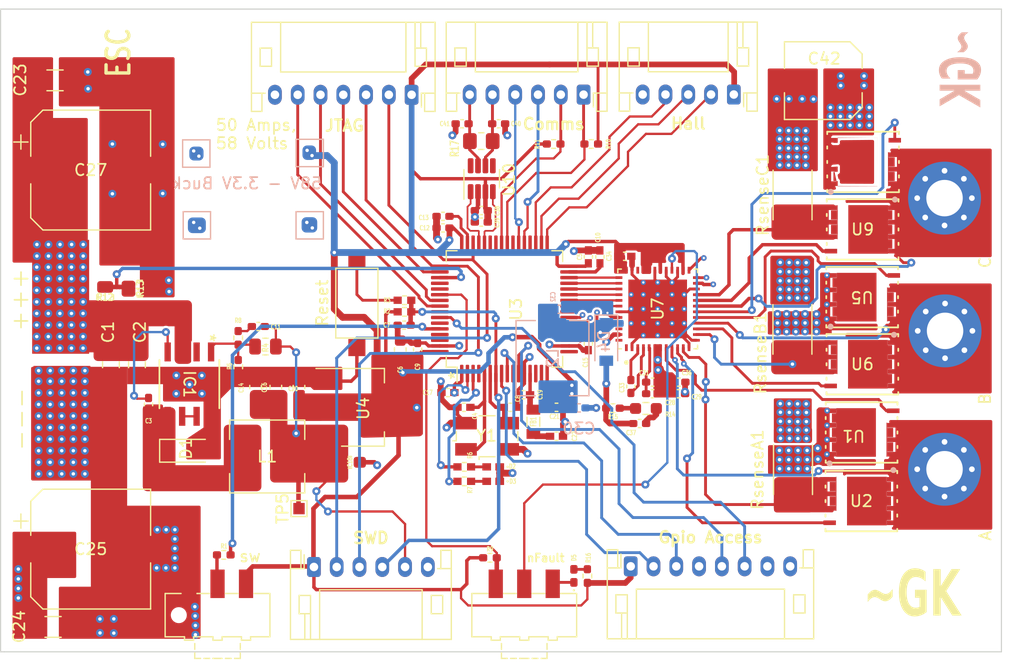
<source format=kicad_pcb>
(kicad_pcb (version 20221018) (generator pcbnew)
  (layers (0 "F.Cu" mixed) (1 "In1.Cu" power) (2 "In2.Cu" power) (31 "B.Cu" signal) (34 "B.Paste" user) (35 "F.Paste" user) (36 "B.SilkS" user "B.Silkscreen") (37 "F.SilkS" user "F.Silkscreen") (38 "B.Mask" user) (39 "F.Mask" user) (44 "Edge.Cuts" user))
  (net 0 "")
  (net 20 "Net-(U7-FB)")
  (net 21 "Net-(U7-CPL)")
  (net 22 "Net-(U7-CPH)")
  (net 23 "Net-(U3-VCAP_2)")
  (net 24 "Net-(U3-VCAP_1)")
  (net 25 "Net-(U3-PH1)")
  (net 26 "Net-(U3-PH0)")
  (net 27 "Net-(U3-PC14)")
  (net 28 "Net-(U3-PC13)")
  (net 29 "Net-(SW3-B)")
  (net 30 "Net-(SW1-B)")
  (net 31 "Net-(D5-K)")
  (net 32 "Net-(D5-A)")
  (net 33 "Net-(D3-A)")
  (net 34 "Net-(D2-A)")
  (net 35 "Net-(C11-Pad2)")
  (net 36 "GND")
  (net 37 "/nFAULT")
  (net 38 "/intopush")
  (net 39 "/Vbus")
  (net 40 "/VCP")
  (net 41 "/UART_TX")
  (net 42 "/UART_RX")
  (net 43 "/TRST")
  (net 44 "/TDO")
  (net 45 "/TDI")
  (net 46 "/SWDIO{slash}TMS")
  (net 47 "/SWCLK{slash}TCK")
  (net 48 "/SW")
  (net 49 "/SPC")
  (net 50 "/SPB")
  (net 51 "/SPA")
  (net 52 "/SOC")
  (net 53 "/SOB")
  (net 54 "/SOA")
  (net 55 "/SHC")
  (net 56 "/SHB")
  (net 57 "/SHA")
  (net 58 "/PB6")
  (net 59 "/PB11")
  (net 60 "/PA9")
  (net 61 "/PA4")
  (net 62 "/PA3")
  (net 63 "/PA2")
  (net 64 "/NRST")
  (net 65 "/INLC")
  (net 66 "/INLB")
  (net 67 "/INLA")
  (net 68 "/INHC")
  (net 69 "/INHB")
  (net 70 "/INHA")
  (net 71 "/I2C_SDA")
  (net 72 "/I2C_SCL")
  (net 73 "/Hall3")
  (net 74 "/Hall2")
  (net 75 "/Hall1")
  (net 76 "/GLC")
  (net 77 "/GLB")
  (net 78 "/GLA")
  (net 79 "/GHC")
  (net 80 "/GHB")
  (net 81 "/GHA")
  (net 82 "/FB")
  (net 83 "/DIM")
  (net 84 "/CB")
  (net 85 "/CAN_TX")
  (net 86 "/CAN_RX")
  (net 87 "/CAN_L")
  (net 88 "/CAN_H")
  (net 89 "/BST")
  (net 90 "/BOOT0")
  (net 91 "+BATT")
  (net 92 "+5V")
  (net 93 "+3.3VA")
  (net 94 "+3.3V")
  (net 95 "/PC0")
  (net 96 "/PC1")
  (net 97 "/PC2")
  (net 98 "/PC3")
  (footprint "Resistor_SMD:R_0402_1005Metric_Pad0.72x0.64mm_HandSolder" (layer "F.Cu") (at 91.687125 116.332 90)
    (fp_text reference "R8")
    (fp_text value "4.7K")
  )
  (footprint "Capacitor_SMD:C_0402_1005Metric_Pad0.74x0.62mm_HandSolder" (layer "F.Cu") (at 93.453829 115.333381 180)
    (fp_text reference "C11")
    (fp_text value "0.1uF")
  )
  (footprint "Resistor_SMD:R_2512_6332Metric_Pad1.40x3.35mm_HandSolder" (layer "F.Cu") (at 140.3429 115.5876 90)
    (fp_text reference "RsenseB1")
    (fp_text value "1.1mOHM")
  )
  (footprint "Capacitor_SMD:C_0402_1005Metric_Pad0.74x0.62mm_HandSolder" (layer "F.Cu") (at 109.6685 106.68 180)
    (fp_text reference "C12")
    (fp_text value "100nF")
  )
  (footprint "Resistor_SMD:R_0402_1005Metric_Pad0.72x0.64mm_HandSolder" (layer "F.Cu") (at 122.341597 137.238097 90)
    (fp_text reference "R16")
    (fp_text value "10K")
  )
  (footprint "Resistor_SMD:R_0805_2012Metric" (layer "F.Cu") (at 80.01 112.776 90)
    (fp_text reference "R12")
    (fp_text value "1.6K")
  )
  (footprint "Connector_Wire:SolderWirePad_1x01_SMD_5x10mm" (layer "F.Cu") (at 76.214466 123.790689)
    (fp_text reference "---")
    (fp_text value "GND_BATT")
  )
  (footprint "Resistor_SMD:R_2512_6332Metric_Pad1.40x3.35mm_HandSolder" (layer "F.Cu") (at 140.3929 127.9076 90)
    (fp_text reference "RsenseA1")
    (fp_text value "1.1mOHM")
  )
  (footprint "Resistor_SMD:R_0805_2012Metric_Pad1.20x1.40mm_HandSolder" (layer "F.Cu") (at 113.03 99.06)
    (fp_text reference "R17")
    (fp_text value "120")
  )
  (footprint "Capacitor_SMD:C_0603_1608Metric_Pad1.08x0.95mm_HandSolder" (layer "F.Cu") (at 94.994 120.645767 90)
    (fp_text reference "C16")
    (fp_text value "100uF")
  )
  (footprint "DRV8323RHRGZR:QFN50P700X700X100-49N" (layer "F.Cu") (at 128.514 113.792 90)
    (fp_text reference "U7")
    (fp_text value "DRV8323RHRGZR")
  )
  (footprint "Connector_JST:JST_PH_S5B-PH-K_1x05_P2.00mm_Horizontal" (layer "F.Cu") (at 135.1976 94.9706 180)
    (fp_text reference "Hall")
    (fp_text value "Hall Sensors")
  )
  (footprint "Capacitor_SMD:C_0402_1005Metric_Pad0.74x0.62mm_HandSolder" (layer "F.Cu") (at 128.0668 121.2342)
    (fp_text reference "C28")
    (fp_text value "1uF")
  )
  (footprint "Resistor_SMD:R_0402_1005Metric_Pad0.72x0.64mm_HandSolder" (layer "F.Cu") (at 106.285392 113.03 180)
    (fp_text reference "R3")
    (fp_text value "1K")
  )
  (footprint "Capacitor_SMD:C_0402_1005Metric_Pad0.74x0.62mm_HandSolder" (layer "F.Cu") (at 111.346 97.536)
    (fp_text reference "C41")
    (fp_text value "100nF")
  )
  (footprint "Inductor_SMD:L_6.3x6.3_H3" (layer "F.Cu") (at 94.234 126.746)
    (fp_text reference "L1")
    (fp_text value "33uH")
  )
  (footprint "Resistor_SMD:R_0402_1005Metric_Pad0.72x0.64mm_HandSolder" (layer "F.Cu") (at 124.587 122.5042 180)
    (fp_text reference "R15")
    (fp_text value "10K")
  )
  (footprint "Connector_JST:JST_PH_S7B-PH-K_1x07_P2.00mm_Horizontal" (layer "F.Cu") (at 106.914366 94.992367 180)
    (fp_text reference "JTAG")
    (fp_text value "JATG")
  )
  (footprint "Inductor_SMD:L_0805_2012Metric" (layer "F.Cu") (at 117.602 123.698 -90)
    (fp_text reference "FB1")
    (fp_text value "120R")
  )
  (footprint "Capacitor_SMD:C_0603_1608Metric" (layer "F.Cu") (at 105.918 117.348 90)
    (fp_text reference "C6")
    (fp_text value "10uF")
  )
  (footprint "Resistor_SMD:R_0402_1005Metric_Pad0.72x0.64mm_HandSolder" (layer "F.Cu") (at 122.682 99.314 180)
    (fp_text reference "R10")
    (fp_text value "1.8K")
  )
  (footprint "Capacitor_SMD:C_0402_1005Metric_Pad0.74x0.62mm_HandSolder" (layer "F.Cu") (at 115.57 122.428)
    (fp_text reference "C8")
    (fp_text value "10pF")
  )
  (footprint "Capacitor_SMD:C_0402_1005Metric_Pad0.74x0.62mm_HandSolder" (layer "F.Cu") (at 119.634 124.968)
    (fp_text reference "C22")
    (fp_text value "1uF")
  )
  (footprint "Capacitor_SMD:C_0402_1005Metric_Pad0.74x0.62mm_HandSolder" (layer "F.Cu") (at 107.442 117.348 90)
    (fp_text reference "C9")
    (fp_text value "100nF")
  )
  (footprint "Capacitor_SMD:C_0603_1608Metric_Pad1.08x0.95mm_HandSolder" (layer "F.Cu") (at 101.4995 127.254)
    (fp_text reference "C18")
    (fp_text value "100uF")
  )
  (footprint "Resistor_SMD:R_0603_1608Metric_Pad0.98x0.95mm_HandSolder" (layer "F.Cu") (at 127.4826 122.5296 180)
    (fp_text reference "R14")
    (fp_text value "150KOHM")
  )
  (footprint "TestPoint:TestPoint_Pad_1.0x1.0mm" (layer "F.Cu") (at 97.028 131.318 90)
    (fp_text reference "TP5")
    (fp_text value "TestPoint")
  )
  (footprint "LED_SMD:LED_0402_1005Metric_Pad0.77x0.64mm_HandSolder" (layer "F.Cu") (at 121.158 137.2245 90)
    (fp_text reference "D5")
    (fp_text value "LED")
  )
  (footprint "Crystal:Crystal_SMD_EuroQuartz_MJ-4Pin_5.0x3.2mm" (layer "F.Cu") (at 113.538 124.968)
    (fp_text reference "Y1")
    (fp_text value "Crystal_GND2")
  )
  (footprint "footprints:PG-WSON-8" (layer "F.Cu") (at 146.5042 106.8126)
    (fp_text reference "U9")
    (fp_text value "BSC014N06NSSCATMA1")
  )
  (footprint "MountingHole:MountingHole_3.2mm_M3_Pad_Via" (layer "F.Cu") (at 153.6954 127.8636)
    (fp_text reference "A")
    (fp_text value "MountingHole_Pad")
  )
  (footprint "Connector_Wire:SolderWirePad_1x01_SMD_5x10mm" (layer "F.Cu") (at 76.104466 112.726689)
    (fp_text reference "J2" hide)
    (fp_text value "BATT+" hide)
  )
  (footprint "Diode_SMD:D_SOD-123" (layer "F.Cu") (at 87.154 126.242)
    (fp_text reference "D1")
    (fp_text value "1N4448W")
  )
  (footprint "Capacitor_SMD:C_0805_2012Metric" (layer "F.Cu") (at 80.518 118.684 -90)
    (fp_text reference "C1")
    (fp_text value "2.2uF")
  )
  (footprint "Package_TO_SOT_SMD:TSOT-23-8" (layer "F.Cu") (at 113.067412 102.362 90)
    (fp_text reference "U10")
    (fp_text value "TCAN337")
  )
  (footprint "Capacitor_SMD:C_0603_1608Metric_Pad1.08x0.95mm_HandSolder" (layer "F.Cu") (at 97.028 120.65 90)
    (fp_text reference "C20")
    (fp_text value "100uF")
  )
  (footprint "Capacitor_SMD:C_0402_1005Metric_Pad0.74x0.62mm_HandSolder" (layer "F.Cu") (at 122.428 109.22 90)
    (fp_text reference "C5")
    (fp_text value "100nF")
  )
  (footprint "Resistor_SMD:R_0402_1005Metric_Pad0.72x0.64mm_HandSolder" (layer "F.Cu") (at 91.694 118.872 -90)
    (fp_text reference "R5")
    (fp_text value "10K")
  )
  (footprint "Capacitor_SMD:C_0402_1005Metric_Pad0.74x0.62mm_HandSolder" (layer "F.Cu") (at 114.554 97.536)
    (fp_text reference "C40")
    (fp_text value "100nF")
  )
  (footprint "Connector_JST:JST_PH_S6B-PH-K_1x06_P2.00mm_Horizontal" (layer "F.Cu") (at 122.009442 94.980552 180)
    (fp_text reference "Comms")
    (fp_text value "Communication Peripherials")
  )
  (footprint "Capacitor_SMD:C_0402_1005Metric_Pad0.74x0.62mm_HandSolder" (layer "F.Cu") (at 106.257511 115.216553 180)
    (fp_text reference "C7")
    (fp_text value "100nF")
  )
  (footprint "Resistor_SMD:R_0402_1005Metric_Pad0.72x0.64mm_HandSolder" (layer "F.Cu") (at 90.424 135.382)
    (fp_text reference "R1")
    (fp_text value "10K")
  )
  (footprint "Capacitor_SMD:C_0402_1005Metric_Pad0.74x0.62mm_HandSolder" (layer "F.Cu") (at 109.6685 105.664 180)
    (fp_text reference "C13")
    (fp_text value "2.2uF")
  )
  (footprint "Button_Switch_SMD:SW_SPDT_CK-JS102011SAQN" (layer "F.Cu") (at 89.876 140.672)
    (fp_text reference "sw")
    (fp_text value "SW_SPDT")
  )
  (footprint "Connector_JST:JST_PH_S6B-PH-K_1x06_P2.00mm_Horizontal" (layer "F.Cu") (at 98.338 136.444)
    (fp_text reference "SWD")
    (fp_text value "Serial Wire Debug")
  )
  (footprint "footprints:PG-WSON-8" (layer "F.Cu") (at 146.3929 130.6576)
    (fp_text reference "U2")
    (fp_text value "BSC014N06NSSCATMA1")
  )
  (footprint "Package_QFP:LQFP-64_10x10mm_P0.5mm" (layer "F.Cu") (at 115.062 113.792 90)
    (fp_text reference "U3")
    (fp_text value "STM32F405RGTx")
  )
  (footprint "Package_TO_SOT_SMD:SOT-223-3_TabPin2" (layer "F.Cu") (at 102.616 122.428)
    (fp_text reference "U4")
    (fp_text value "AMS1117-3.3")
  )
  (footprint "Resistor_SMD:R_0402_1005Metric_Pad0.72x0.64mm_HandSolder" (layer "F.Cu") (at 106.285392 114.046 180)
    (fp_text reference "R2")
    (fp_text value "10K")
  )
  (footprint "MP9684AGN-buck:SOIC-8_EP_MNP-M" (layer "F.Cu") (at 87.404 120.392 -90)
    (fp_text reference "IC1")
    (fp_text value "MP9486A")
  )
  (footprint "Capacitor_SMD:C_1206_3216Metric" (layer "F.Cu") (at 75.611 93.726)
    (fp_text reference "C23")
    (fp_text value "470uF")
  )
  (footprint "Capacitor_SMD:C_0402_1005Metric_Pad0.74x0.62mm_HandSolder" (layer "F.Cu") (at 119.634 122.428)
    (fp_text reference "C21")
    (fp_text value "1uF")
  )
  (footprint "Capacitor_SMD:C_Elec_6.3x5.8" (layer "F.Cu") (at 143.0528 93.7514 180)
    (fp_text reference "C42")
    (fp_text value "10uF")
  )
  (footprint "Capacitor_SMD:C_0402_1005Metric_Pad0.74x0.62mm_HandSolder" (layer "F.Cu") (at 130.3782 120.2182 180)
    (fp_text reference "C36")
    (fp_text value "0.1uF")
  )
  (footprint "footprints:PG-WSON-8" (layer "F.Cu") (at 146.4829 118.64835)
    (fp_text reference "U6")
    (fp_text value "BSC014N06NSSCATMA1")
  )
  (footprint "Capacitor_SMD:C_0402_1005Metric_Pad0.74x0.62mm_HandSolder" (layer "F.Cu") (at 125.6284 109.1692 180)
    (fp_text reference "C34")
    (fp_text value "1uF")
  )
  (footprint "Capacitor_SMD:C_0805_2012Metric" (layer "F.Cu") (at 82.804 118.684 -90)
    (fp_text reference "C2")
    (fp_text value "2.2uF")
  )
  (footprint "Capacitor_SMD:C_0402_1005Metric_Pad0.74x0.62mm_HandSolder" (layer "F.Cu") (at 111.506 122.428 180)
    (fp_text reference "C4")
    (fp_text value "10pF")
  )
  (footprint "Capacitor_SMD:CP_Elec_10x12.6" (layer "F.Cu") (at 78.74 101.6)
    (fp_text reference "C27")
    (fp_text value "470uF")
  )
  (footprint "Resistor_SMD:R_2512_6332Metric_Pad1.40x3.35mm_HandSolder" (layer "F.Cu") (at 140.3529 103.7876 90)
    (fp_text reference "RsenseC1")
    (fp_text value "1.1mOHM")
  )
  (footprint "Resistor_SMD:R_0402_1005Metric_Pad0.72x0.64mm_HandSolder" (layer "F.Cu") (at 111.535697 127.656073 180)
    (fp_text reference "R6")
    (fp_text value "330")
  )
  (footprint "Capacitor_SMD:C_0402_1005Metric_Pad0.74x0.62mm_HandSolder" (layer "F.Cu") (at 83.82 122.174 -90)
    (fp_text reference "C3")
    (fp_text value "0.1uF")
  )
  (footprint "Button_Switch_SMD:SW_SPST_CK_RS282G05A3" (layer "F.Cu") (at 102.108 113.284 90)
    (fp_text reference "Reset")
    (fp_text value "SW_MEC_5G")
  )
  (footprint "Resistor_SMD:R_0402_1005Metric_Pad0.72x0.64mm_HandSolder" (layer "F.Cu") (at 119.38 99.314)
    (fp_text reference "R11")
    (fp_text value "1.8K")
  )
  (footprint "Resistor_SMD:R_0805_2012Metric_Pad1.20x1.40mm_HandSolder" (layer "F.Cu") (at 83.058 112.014)
    (fp_text reference "R13")
    (fp_text value "1.1K")
  )
  (footprint "MountingHole:MountingHole_3.2mm_M3_Pad_Via" (layer "F.Cu") (at 153.741456 115.717656)
    (fp_text reference "B")
    (fp_text value "MountingHole_Pad")
  )
  (footprint "Capacitor_SMD:C_0402_1005Metric_Pad0.74x0.62mm_HandSolder" (layer "F.Cu") (at 123.444 109.22 90)
    (fp_text reference "C10")
    (fp_text value "2.2uF")
  )
  (footprint "Capacitor_SMD:C_0402_1005Metric_Pad0.74x0.62mm_HandSolder" (layer "F.Cu") (at 128.0668 120.2182 180)
    (fp_text reference "C31")
    (fp_text value "1uF")
  )
  (footprint "Capacitor_SMD:C_0402_1005Metric_Pad0.74x0.62mm_HandSolder" (layer "F.Cu") (at 113.03 106.172 180)
    (fp_text reference "C39")
    (fp_text value "100nF")
  )
  (footprint "Capacitor_SMD:C_0402_1005Metric_Pad0.74x0.62mm_HandSolder" (layer "F.Cu") (at 110.1 121.13 180)
    (fp_text reference "C17")
    (fp_text value "100nF")
  )
  (footprint "Resistor_SMD:R_0402_1005Metric_Pad0.72x0.64mm_HandSolder" (layer "F.Cu") (at 111.535697 128.926073 180)
    (fp_text reference "R7")
    (fp_text value "330")
  )
  (footprint "Capacitor_SMD:C_0402_1005Metric_Pad0.74x0.62mm_HandSolder" (layer "F.Cu") (at 126.9325 123.8504 180)
    (fp_text reference "C37")
    (fp_text value "0.1uF")
  )
  (footprint "MountingHole:MountingHole_3.2mm_M3_Pad_Via" (layer "F.Cu") (at 153.6954 104.0638)
    (fp_text reference "C")
    (fp_text value "MountingHole_Pad")
  )
  (footprint "Capacitor_SMD:C_0402_1005Metric_Pad0.74x0.62mm_HandSolder" (layer "F.Cu") (at 126.1618 120.5992 -90)
    (fp_text reference "C33")
    (fp_text value "47nF")
  )
  (footprint "Connector_JST:JST_PH_S8B-PH-K_1x08_P2.00mm_Horizontal" (layer "F.Cu") (at 126.1468 136.3864)
    (fp_text reference "Gpio Access")
    (fp_text value "Digital / Analog Pins")
  )
  (footprint "Button_Switch_SMD:SW_SPDT_CK-JS102011SAQN" (layer "F.Cu") (at 116.8 140.672)
    (fp_text reference "nFault")
    (fp_text value "SW_SPDT")
  )
  (footprint "Capacitor_SMD:C_0603_1608Metric" (layer "F.Cu") (at 93.216 120.645767 90)
    (fp_text reference "C14")
    (fp_text value "10uF")
  )
  (footprint "Capacitor_SMD:C_0402_1005Metric_Pad0.74x0.62mm_HandSolder" (layer "F.Cu") (at 116.7425 121.32 180)
    (fp_text reference "C19")
    (fp_text value "100nF")
  )
  (footprint "Resistor_SMD:R_0402_1005Metric_Pad0.72x0.64mm_HandSolder" (layer "F.Cu") (at 113.792 135.636 180)
    (fp_text reference "R9")
    (fp_text value "10K")
  )
  (footprint "LED_SMD:LED_0402_1005Metric_Pad0.77x0.64mm_HandSolder" (layer "F.Cu") (at 114.075697 128.926073 180)
    (fp_text reference "D3")
    (fp_text value "LED")
  )
  (footprint "Capacitor_SMD:CP_Elec_10x12.6" (layer "F.Cu") (at 78.74 134.874)
    (fp_text reference "C25")
    (fp_text value "470uF")
  )
  (footprint "Capacitor_SMD:C_0402_1005Metric_Pad0.74x0.62mm_HandSolder" (layer "F.Cu") (at 122.428 116.84 -90)
    (fp_text reference "C15")
    (fp_text value "100nF")
  )
  (footprint "Capacitor_SMD:C_0402_1005Metric_Pad0.74x0.62mm_HandSolder" (layer "F.Cu") (at 113.03 105.156 180)
    (fp_text reference "C38")
    (fp_text value "100nF")
  )
  (footprint "LED_SMD:LED_0402_1005Metric_Pad0.77x0.64mm_HandSolder" (layer "F.Cu") (at 114.075697 127.656073 180)
    (fp_text reference "D2")
    (fp_text value "LED")
  )
  (footprint "Capacitor_SMD:C_0402_1005Metric_Pad0.74x0.62mm_HandSolder" (layer "F.Cu") (at 130.3528 121.2342 180)
    (fp_text reference "C29")
    (fp_text value "0.1uF")
  )
  (footprint "footprints:PG-WSON-8" (layer "F.Cu") (at 146.4129 124.6376 180)
    (fp_text reference "U1")
    (fp_text value "BSC014N06NSSCATMA1" hide)
  )
  (footprint "Resistor_SMD:R_0805_2012Metric" (layer "F.Cu") (at 94.0835 117.094 180)
    (fp_text reference "R4")
    (fp_text value "240K")
  )
  (footprint "Capacitor_SMD:C_1206_3216Metric" (layer "F.Cu") (at 75.438 141.706)
    (fp_text reference "C24")
    (fp_text value "470uF")
  )
  (footprint "footprints:PG-WSON-8" (layer "F.Cu") (at 146.5453 100.8888 180)
    (fp_text reference "U8" hide)
    (fp_text value "BSC014N06NSSCATMA1")
  )
  (footprint "footprints:PG-WSON-8" (layer "F.Cu") (at 146.4629 112.7576 180)
    (fp_text reference "U5")
    (fp_text value "BSC014N06NSSCATMA1")
  )
  (footprint "Capacitor_SMD:C_0402_1005Metric_Pad0.74x0.62mm_HandSolder" (layer "B.Cu") (at 121.6152 122.4788)
    (fp_text reference "C30")
    (fp_text value "10uF")
  )
  (footprint "Capacitor_SMD:C_0402_1005Metric_Pad0.74x0.62mm_HandSolder" (layer "B.Cu") (at 119.888 113.8184)
    (fp_text reference "C32")
    (fp_text value "0.1uF")
  )
  (footprint "TestPoint:TestPoint_Pad_2.0x2.0mm" (layer "B.Cu") (at 88.0618 106.4514 180)
    (fp_text reference "TP2" hide)
    (fp_text value "TestPoint")
  )
  (footprint "TestPoint:TestPoint_Pad_2.0x2.0mm" (layer "B.Cu") (at 97.9678 106.4514 180)
    (fp_text reference "TP4" hide)
    (fp_text value "TestPoint")
  )
  (footprint "Diode_SMD:D_SOD-123" (layer "B.Cu") (at 124.0028 116.6886 -90)
    (fp_text reference "D4")
    (fp_text value "1N4148W")
  )
  (footprint "TestPoint:TestPoint_Pad_2.0x2.0mm" (layer "B.Cu") (at 88.011 100.1522 180)
    (fp_text reference "TP1" hide)
    (fp_text value "TestPoint")
  )
  (footprint "TestPoint:TestPoint_Pad_2.0x2.0mm" (layer "B.Cu") (at 97.9678 100.1014 180)
    (fp_text reference "TP3" hide)
    (fp_text value "TestPoint")
  )
  (footprint "Inductor_SMD:L_6.3x6.3_H3" (layer "B.Cu") (at 119.2784 118.111 90)
    (fp_text reference "L2")
    (fp_text value "L")
  )
  (gr_line (start 158.69 87.47) (end 158.69 143.89) (stroke (width 0.1)) (layer "Edge.Cuts"))
  (gr_line (start 70.83 87.47) (end 158.69 87.47) (stroke (width 0.1)) (layer "Edge.Cuts"))
  (gr_line (start 70.83 87.47) (end 70.83 143.89) (stroke (width 0.1)) (layer "Edge.Cuts"))
  (gr_line (start 158.69 143.89) (end 71.17 143.89) (stroke (width 0.1)) (layer "Edge.Cuts"))
  (gr_line (start 70.83 143.89) (end 71.17 143.89) (stroke (width 0.1)) (layer "Edge.Cuts"))
  (gr_text "58V - 3.3V Buck\n" (at 99.13 103.35) (layer "B.SilkS") (effects (font (size 1 1)) (justify left bottom mirror)))
  (gr_text "~GK" (at 157.43 89.21 90) (layer "B.SilkS") (effects (font (size 3.5 2) (thickness 0.4) bold italic) (justify left bottom mirror)))
  (gr_text "ESC" (at 82.35 93.63 90) (layer "F.SilkS") (effects (font (size 2 1.5) (thickness 0.3) bold) (justify left bottom)))
  (gr_text "50 Amps, \n58 Volts" (at 89.64 99.84) (layer "F.SilkS") (effects (font (size 1 1)) (justify left bottom)))
  (gr_text "+++\n" (at 72.51 112.99 90) (layer "F.SilkS") (effects (font (size 1.5 1.5))))
  (gr_text "~GK\n" (at 146.58 141.39) (layer "F.SilkS") (effects (font (size 4 2.5) (thickness 0.2) bold italic) (justify left bottom)))
  (segment (start 126.5701 122.5296) (end 126.5447 122.5042) (width 0.4) (layer "F.Cu") (net 20))
  (segment (start 126.5447 122.5042) (end 125.1845 122.5042) (width 0.4) (layer "F.Cu") (net 20))
  (segment (start 126.1618 120.0317) (end 126.1618 118.3132) (width 0.25) (layer "F.Cu") (net 21))
  (segment (start 126.1618 118.3132) (end 126.764 117.711) (width 0.25) (layer "F.Cu") (net 21))
  (segment (start 126.764 117.711) (end 126.764 117.192) (width 0.25) (layer "F.Cu") (net 21))
  (segment (start 127.0762 119.353204) (end 126.8068 119.622604) (width 0.25) (layer "F.Cu") (net 22))
  (segment (start 127.264 117.192) (end 127.264 117.847396) (width 0.25) (layer "F.Cu") (net 22))
  (segment (start 126.8068 119.622604) (end 126.8068 120.5217) (width 0.25) (layer "F.Cu") (net 22))
  (segment (start 127.264 117.847396) (end 127.0762 118.035196) (width 0.25) (layer "F.Cu") (net 22))
  (segment (start 127.0762 118.035196) (end 127.0762 119.353204) (width 0.25) (layer "F.Cu") (net 22))
  (segment (start 126.8068 120.5217) (end 126.1618 121.1667) (width 0.25) (layer "F.Cu") (net 22))
  (segment (start 110.998 105.664) (end 111.252 105.918) (width 0.25) (layer "F.Cu") (net 23))
  (segment (start 110.236 105.664) (end 110.998 105.664) (width 0.25) (layer "F.Cu") (net 23))
  (segment (start 111.252 106.68) (end 111.506 106.934) (width 0.25) (layer "F.Cu") (net 23))
  (segment (start 111.812 107.244198) (end 111.503901 106.936099) (width 0.25) (layer "F.Cu") (net 23))
  (segment (start 111.812 108.117) (end 111.812 107.244198) (width 0.25) (layer "F.Cu") (net 23))
  (segment (start 111.252 105.918) (end 111.252 106.68) (width 0.25) (layer "F.Cu") (net 23))
  (segment (start 120.737 110.542) (end 123.051 110.542) (width 0.3) (layer "F.Cu") (net 24))
  (segment (start 123.051 110.542) (end 123.444 110.149) (width 0.3) (layer "F.Cu") (net 24))
  (segment (start 123.444 110.149) (end 123.444 109.7875) (width 0.3) (layer "F.Cu") (net 24))
  (segment (start 115.0025 122.428) (end 115.0025 123.4325) (width 0.3) (layer "F.Cu") (net 25))
  (segment (start 114.3 122.428) (end 115.0025 122.428) (width 0.3) (layer "F.Cu") (net 25))
  (segment (start 115.0025 123.4325) (end 115.388 123.818) (width 0.3) (layer "F.Cu") (net 25))
  (segment (start 113.812 121.94) (end 114.3 122.428) (width 0.3) (layer "F.Cu") (net 25))
  (segment (start 113.812 119.467) (end 113.812 121.94) (width 0.3) (layer "F.Cu") (net 25))
  (segment (start 112.776 122.428) (end 112.0735 122.428) (width 0.3) (layer "F.Cu") (net 26))
  (segment (start 113.312 121.892) (end 113.312 125.448) (width 0.3) (layer "F.Cu") (net 26))
  (segment (start 113.312 119.467) (end 113.312 121.892) (width 0.3) (layer "F.Cu") (net 26))
  (segment (start 113.312 121.892) (end 112.776 122.428) (width 0.3) (layer "F.Cu") (net 26))
  (segment (start 113.312 125.448) (end 112.642 126.118) (width 0.3) (layer "F.Cu") (net 26))
  (segment (start 112.642 126.118) (end 111.688 126.118) (width 0.3) (layer "F.Cu") (net 26))
  (segment (start 112.312 120.895843) (end 112.312 119.467) (width 0.25) (layer "F.Cu") (net 27))
  (segment (start 110.2106 128.93) (end 110.93427 128.93) (width 0.25) (layer "F.Cu") (net 27))
  (segment (start 112.564386 121.148229) (end 112.312 120.895843) (width 0.25) (layer "F.Cu") (net 27))
  (segment (start 110.93427 128.93) (end 110.938197 128.926073) (width 0.25) (layer "F.Cu") (net 27))
  (via (at 110.2106 128.93) (size 0.7) (drill 0.3) (layers "F.Cu" "B.Cu") (net 27))
  (via (at 112.564386 121.148229) (size 0.7) (drill 0.3) (layers "F.Cu" "B.Cu") (net 27))
  (segment (start 110.657 124.653) (end 110.19 125.12) (width 0.25) (layer "B.Cu") (net 27))
  (segment (start 111.944877 121.796461) (end 111.263539 121.796461) (width 0.25) (layer "B.Cu") (net 27))
  (segment (start 110.19 128.9094) (end 110.2106 128.93) (width 0.25) (layer "B.Cu") (net 27))
  (segment (start 112.564386 121.176952) (end 111.944877 121.796461) (width 0.25) (layer "B.Cu") (net 27))
  (segment (start 112.564386 121.148229) (end 112.564386 121.176952) (width 0.25) (layer "B.Cu") (net 27))
  (segment (start 111.263539 121.796461) (end 110.657 122.403) (width 0.25) (layer "B.Cu") (net 27))
  (segment (start 110.19 125.12) (end 110.19 128.9094) (width 0.25) (layer "B.Cu") (net 27))
  (segment (start 110.657 122.403) (end 110.657 124.653) (width 0.25) (layer "B.Cu") (net 27))
  (segment (start 109.622073 127.656073) (end 109.474 127.508) (width 0.3) (layer "F.Cu") (net 28))
  (segment (start 111.812 120.732434) (end 111.812 119.467) (width 0.2) (layer "F.Cu") (net 28))
  (segment (start 110.938197 127.656073) (end 109.622073 127.656073) (width 0.3) (layer "F.Cu") (net 28))
  (segment (start 111.637589 120.906845) (end 111.812 120.732434) (width 0.2) (layer "F.Cu") (net 28))
  (segment (start 111.812 119.467) (end 111.762 119.517) (width 0.2) (layer "F.Cu") (net 28))
  (via (at 109.474 127.508) (size 0.7) (drill 0.3) (layers "F.Cu" "B.Cu") (net 28))
  (via (at 111.637589 120.906845) (size 0.7) (drill 0.3) (layers "F.Cu" "B.Cu") (net 28))
  (segment (start 109.332 127.366) (end 109.474 127.508) (width 0.2) (layer "B.Cu") (net 28))
  (segment (start 109.8042 120.8024) (end 109.7026 120.8024) (width 0.2) (layer "B.Cu") (net 28))
  (segment (start 109.332 121.173) (end 109.332 127.366) (width 0.2) (layer "B.Cu") (net 28))
  (segment (start 111.228344 120.4976) (end 110.109 120.4976) (width 0.2) (layer "B.Cu") (net 28))
  (segment (start 109.7026 120.8024) (end 109.332 121.173) (width 0.2) (layer "B.Cu") (net 28))
  (segment (start 110.109 120.4976) (end 109.8042 120.8024) (width 0.2) (layer "B.Cu") (net 28))
  (segment (start 111.637589 120.906845) (end 111.228344 120.4976) (width 0.2) (layer "B.Cu") (net 28))
  (segment (start 116.8 137.922) (end 116.8 130.85) (width 0.2) (layer "F.Cu") (net 29))
  (segment (start 116.8 130.85) (end 118.4402 129.2098) (width 0.2) (layer "F.Cu") (net 29))
  (segment (start 118.4402 129.2098) (end 127.4318 129.2098) (width 0.2) (layer "F.Cu") (net 29))
  (segment (start 129.764 110.392) (end 129.764 109.377) (width 0.2) (layer "F.Cu") (net 29))
  (segment (start 129.764 109.377) (end 129.7686 109.3724) (width 0.2) (layer "F.Cu") (net 29))
  (via (at 129.7686 109.3724) (size 0.7) (drill 0.3) (layers "F.Cu" "B.Cu") (net 29))
  (via (at 127.4318 129.2098) (size 0.7) (drill 0.3) (layers "F.Cu" "B.Cu") (net 29))
  (segment (start 131.7244 108.712) (end 131.953 108.9406) (width 0.2) (layer "B.Cu") (net 29))
  (segment (start 129.7686 109.3724) (end 129.7686 109.0422) (width 0.2) (layer "B.Cu") (net 29))
  (segment (start 130.0988 108.712) (end 131.7244 108.712) (width 0.2) (layer "B.Cu") (net 29))
  (segment (start 131.953 108.9406) (end 131.953 114.680463) (width 0.2) (layer "B.Cu") (net 29))
  (segment (start 129.7686 109.0422) (end 130.0988 108.712) (width 0.2) (layer "B.Cu") (net 29))
  (segment (start 129.3622 127.2794) (end 127.4318 129.2098) (width 0.2) (layer "B.Cu") (net 29))
  (segment (start 131.953 114.680463) (end 129.3622 117.271263) (width 0.2) (layer "B.Cu") (net 29))
  (segment (start 129.3622 117.271263) (end 129.3622 127.2794) (width 0.2) (layer "B.Cu") (net 29))
  (segment (start 89.8265 137.8725) (end 89.876 137.922) (width 0.3) (layer "F.Cu") (net 30))
  (segment (start 89.8265 135.382) (end 89.8265 137.8725) (width 0.3) (layer "F.Cu") (net 30))
  (segment (start 121.158 137.797) (end 119.425 137.797) (width 0.25) (layer "F.Cu") (net 31))
  (segment (start 119.425 137.797) (end 119.3 137.922) (width 0.4) (layer "F.Cu") (net 31))
  (segment (start 121.158 136.652) (end 122.330194 136.652) (width 0.25) (layer "F.Cu") (net 32))
  (segment (start 122.330194 136.652) (end 122.341597 136.640597) (width 0.5) (layer "F.Cu") (net 32))
  (segment (start 112.133197 128.926073) (end 113.503197 128.926073) (width 0.25) (layer "F.Cu") (net 33))
  (segment (start 112.133197 127.656073) (end 113.503197 127.656073) (width 0.25) (layer "F.Cu") (net 34))
  (segment (start 91.687125 115.7345) (end 92.48521 115.7345) (width 0.2) (layer "F.Cu") (net 35))
  (segment (start 92.48521 115.7345) (end 92.886329 115.333381) (width 0.2) (layer "F.Cu") (net 35))
  (segment (start 109.101 107.577) (end 109.22 107.696) (width 0.6) (layer "F.Cu") (net 36))
  (segment (start 120.2015 123.8925) (end 120.396 123.698) (width 0.5) (layer "F.Cu") (net 36))
  (segment (start 128.264 111.217) (end 128.514 111.467) (width 0.25) (layer "F.Cu") (net 36))
  (segment (start 108.1445 116.7805) (end 108.406 117.042) (width 0.3) (layer "F.Cu") (net 36))
  (segment (start 131.329 112.042) (end 130.839 112.532) (width 0.25) (layer "F.Cu") (net 36))
  (segment (start 126.963598 116.117) (end 127.254 116.117) (width 0.25) (layer "F.Cu") (net 36))
  (segment (start 102.108 119.634) (end 101.6 120.142) (width 0.3) (layer "F.Cu") (net 36))
  (segment (start 131.914 112.042) (end 131.329 112.042) (width 0.25) (layer "F.Cu") (net 36))
  (segment (start 117.2718 118.0084) (end 116.812 118.4682) (width 0.3) (layer "F.Cu") (net 36))
  (segment (start 115.76 128.21) (end 115.77 128.2) (width 0.6) (layer "F.Cu") (net 36))
  (segment (start 125.114 114.042) (end 125.939 114.042) (width 0.25) (layer "F.Cu") (net 36))
  (segment (start 116.72 126.118) (end 117.094 126.492) (width 0.6) (layer "F.Cu") (net 36))
  (segment (start 111.068 117.042) (end 111.09 117.02) (width 0.3) (layer "F.Cu") (net 36))
  (segment (start 110.9385 122.428) (end 110.9385 123.0685) (width 0.3) (layer "F.Cu") (net 36))
  (segment (start 108.406 117.042) (end 109.387 117.042) (width 0.3) (layer "F.Cu") (net 36))
  (segment (start 120.2015 124.968) (end 120.2015 123.8925) (width 0.5) (layer "F.Cu") (net 36))
  (segment (start 130.839 115.879) (end 130.839 115.052) (width 0.25) (layer "F.Cu") (net 36))
  (segment (start 109.5325 121.7245) (end 110.236 122.428) (width 0.5) (layer "F.Cu") (net 36))
  (segment (start 130.9203 121.2342) (end 130.9116 121.2255) (width 0.5) (layer "F.Cu") (net 36))
  (segment (start 106.8745 116.7805) (end 107.442 116.7805) (width 0.5) (layer "F.Cu") (net 36))
  (segment (start 126.2634 109.2367) (end 126.1959 109.1692) (width 0.25) (layer "F.Cu") (net 36))
  (segment (start 122.428 117.4075) (end 121.9795 117.4075) (width 0.5) (layer "F.Cu") (net 36))
  (segment (start 126.264 110.392) (end 126.264 110.767402) (width 0.25) (layer "F.Cu") (net 36))
  (segment (start 102.108 117.184) (end 102.108 119.634) (width 0.3) (layer "F.Cu") (net 36))
  (segment (start 112.4625 105.7061) (end 112.4712 105.7148) (width 0.6) (layer "F.Cu") (net 36))
  (segment (start 131.264 117.192) (end 131.264 116.794) (width 0.25) (layer "F.Cu") (net 36))
  (segment (start 131.914 116.542) (end 131.502 116.542) (width 0.25) (layer "F.Cu") (net 36))
  (segment (start 114.648197 127.656073) (end 114.648197 128.21) (width 0.6) (layer "F.Cu") (net 36))
  (segment (start 131.502 116.542) (end 130.839 115.879) (width 0.25) (layer "F.Cu") (net 36))
  (segment (start 112.4625 105.7235) (end 112.4625 106.172) (width 0.6) (layer "F.Cu") (net 36))
  (segment (start 121.2175 108.6525) (end 121.158 108.712) (width 0.5) (layer "F.Cu") (net 36))
  (segment (start 101.586 120.128) (end 99.466 120.128) (width 0.3) (layer "F.Cu") (net 36))
  (segment (start 130.9203 120.2436) (end 130.9457 120.2182) (width 0.5) (layer "F.Cu") (net 36))
  (segment (start 126.264 109.9826) (end 126.2634 109.982) (width 0.25) (layer "F.Cu") (net 36))
  (segment (start 116.1375 121.3575) (end 116.175 121.32) (width 0.4) (layer "F.Cu") (net 36))
  (segment (start 123.9895 123.5323) (end 123.9895 122.5042) (width 0.5) (layer "F.Cu") (net 36))
  (segment (start 110.9385 123.0685) (end 111.688 123.818) (width 0.3) (layer "F.Cu") (net 36))
  (segment (start 112.4712 105.7148) (end 112.4625 105.7235) (width 0.6) (layer "F.Cu") (net 36))
  (segment (start 109.101 105.664) (end 109.101 106.68) (width 0.6) (layer "F.Cu") (net 36))
  (segment (start 115.388 126.118) (end 116.72 126.118) (width 0.6) (layer "F.Cu") (net 36))
  (segment (start 106.667 116.573) (end 106.8745 116.7805) (width 0.5) (layer "F.Cu") (net 36))
  (segment (start 116.812 118.4682) (end 116.812 119.467) (width 0.3) (layer "F.Cu") (net 36))
  (segment (start 128.264 110.392) (end 128.264 111.217) (width 0.25) (layer "F.Cu") (net 36))
  (segment (start 126.264 117.192) (end 126.264 116.816598) (width 0.25) (layer "F.Cu") (net 36))
  (segment (start 115.1215 97.536) (end 115.1215 98.3575) (width 0.5) (layer "F.Cu") (net 36))
  (segment (start 126.365 123.8504) (end 124.3076 123.8504) (width 0.5) (layer "F.Cu") (net 36))
  (segment (start 126.264 116.816598) (end 126.963598 116.117) (width 0.25) (layer "F.Cu") (net 36))
  (segment (start 126.264 110.392) (end 126.264 109.9826) (width 0.3) (layer "F.Cu") (net 36))
  (segment (start 131.264 116.794) (end 130.587 116.117) (width 0.25) (layer "F.Cu") (net 36))
  (segment (start 130.9116 121.2255) (end 130.9116 121.0564) (width 0.5) (layer "F.Cu") (net 36))
  (segment (start 126.2634 109.982) (end 126.2634 109.2367) (width 0.5) (layer "F.Cu") (net 36))
  (segment (start 103.632 127.254) (end 103.886 127.508) (width 0.4) (layer "F.Cu") (net 36))
  (segment (start 112.742412 103.4995) (end 112.742412 104.876088) (width 0.4) (layer "F.Cu") (net 36))
  (segment (start 109.474 121.0715) (end 109.5325 121.13) (width 0.5) (layer "F.Cu") (net 36))
  (segment (start 109.474 120.142) (end 109.474 121.0715) (width 0.5) (layer "F.Cu") (net 36))
  (segment (start 119.142 117.042) (end 119.01 116.91) (width 0.3) (layer "F.Cu") (net 36))
  (segment (start 101.6 120.142) (end 101.586 120.128) (width 0.3) (layer "F.Cu") (net 36))
  (segment (start 126.963598 111.467) (end 127.254 111.467) (width 0.25) (layer "F.Cu") (net 36))
  (segment (start 105.690011 115.216553) (end 105.690011 116.345011) (width 0.5) (layer "F.Cu") (net 36))
  (segment (start 130.264 110.977) (end 129.774 111.467) (width 0.25) (layer "F.Cu") (net 36))
  (segment (start 129.264 110.957) (end 129.774 111.467) (width 0.25) (layer "F.Cu") (net 36))
  (segment (start 115.1215 98.3575) (end 115.316 98.552) (width 0.5) (layer "F.Cu") (net 36))
  (segment (start 111.688 123.818) (end 110.37 123.818) (width 0.6) (layer "F.Cu") (net 36))
  (segment (start 109.101 106.68) (end 109.101 107.577) (width 0.6) (layer "F.Cu") (net 36))
  (segment (start 121.9795 117.4075) (end 121.614 117.042) (width 0.4) (layer "F.Cu") (net 36))
  (segment (start 130.9203 121.2342) (end 130.9203 120.2436) (width 0.5) (layer "F.Cu") (net 36))
  (segment (start 124.0028 122.4909) (end 123.9895 122.5042) (width 0.5) (layer "F.Cu") (net 36))
  (segment (start 129.264 110.392) (end 129.264 110.957) (width 0.25) (layer "F.Cu") (net 36))
  (segment (start 105.918 116.573) (end 106.667 116.573) (width 0.5) (layer "F.Cu") (net 36))
  (segment (start 116.812 119.467) (end 116.812 120.343041) (width 0.3) (layer "F.Cu") (net 36))
  (segment (start 120.2015 123.5035) (end 120.396 123.698) (width 0.5) (layer "F.Cu") (net 36))
  (segment (start 124.0028 120.3452) (end 124.0028 122.4909) (width 0.5) (layer "F.Cu") (net 36))
  (segment (start 116.175 120.980041) (end 116.175 121.32) (width 0.3) (layer "F.Cu") (net 36))
  (segment (start 130.264 110.392) (end 130.264 110.977) (width 0.25) (layer "F.Cu") (net 36))
  (segment (start 122.428 108.6525) (end 121.2175 108.6525) (width 0.5) (layer "F.Cu") (net 36))
  (segment (start 110.7785 97.536) (end 110.7785 98.2635) (width 0.5) (layer "F.Cu") (net 36))
  (segment (start 109.5325 121.13) (end 109.5325 121.7245) (width 0.5) (layer "F.Cu") (net 36))
  (segment (start 114.648197 128.21) (end 115.76 128.21) (width 0.6) (layer "F.Cu") (net 36))
  (segment (start 110.7785 98.2635) (end 110.49 98.552) (width 0.5) (layer "F.Cu") (net 36))
  (segment (start 125.939 114.042) (end 126.189 113.792) (width 0.25) (layer "F.Cu") (net 36))
  (segment (start 116.1375 122.428) (end 116.1375 121.3575) (width 0.5) (layer "F.Cu") (net 36))
  (segment (start 126.264 110.767402) (end 126.963598 111.467) (width 0.25) (layer "F.Cu") (net 36))
  (segment (start 124.3076 123.8504) (end 123.9895 123.5323) (width 0.5) (layer "F.Cu") (net 36))
  (segment (start 116.812 120.343041) (end 116.175 120.980041) (width 0.3) (layer "F.Cu") (net 36))
  (segment (start 105.690011 116.345011) (end 105.918 116.573) (width 0.5) (layer "F.Cu") (net 36))
  (segment (start 107.442 116.7805) (end 108.1445 116.7805) (width 0.3) (layer "F.Cu") (net 36))
  (segment (start 109.387 117.042) (end 111.068 117.042) (width 0.3) (layer "F.Cu") (net 36))
  (segment (start 120.2015 122.428) (end 120.2015 123.5035) (width 0.5) (layer "F.Cu") (net 36))
  (segment (start 121.614 117.042) (end 120.737 117.042) (width 0.3) (layer "F.Cu") (net 36))
  (segment (start 130.587 116.117) (end 129.774 116.117) (width 0.25) (layer "F.Cu") (net 36))
  (segment (start 112.4625 105.156) (end 112.4625 105.7061) (width 0.6) (layer "F.Cu") (net 36))
  (segment (start 102.362 127.254) (end 103.632 127.254) (width 0.4) (layer "F.Cu") (net 36))
  (segment (start 114.648197 128.21) (end 114.648197 128.926073) (width 0.6) (layer "F.Cu") (net 36))
  (segment (start 120.737 117.042) (end 119.142 117.042) (width 0.3) (layer "F.Cu") (net 36))
  (segment (start 112.742412 104.876088) (end 112.4625 105.156) (width 0.4) (layer "F.Cu") (net 36))
  (segment (start 123.444 108.6525) (end 122.428 108.6525) (width 0.6) (layer "F.Cu") (net 36))
  (segment (start 110.37 123.818) (end 109.982 124.206) (width 0.6) (layer "F.Cu") (net 36))
  (segment (start 110.236 122.428) (end 110.9385 122.428) (width 0.5) (layer "F.Cu") (net 36))
  (via (at 78.232 125.222) (size 0.7) (drill 0.3) (layers "F.Cu" "B.Cu") (net 36))
  (via (at 140.7842 112.0868) (size 0.7) (drill 0.3) (layers "F.Cu" "B.Cu") (net 36))
  (via (at 124.0028 120.3452) (size 0.7) (drill 0.3) (layers "F.Cu" "B.Cu") (net 36))
  (via (at 76.2 121.158) (size 0.7) (drill 0.3) (layers "F.Cu" "B.Cu") (net 36))
  (via (at 80.77 142.25) (size 0.7) (drill 0.3) (layers "F.Cu" "B.Cu") (net 36))
  (via (at 77.216 125.222) (size 0.7) (drill 0.3) (layers "F.Cu" "B.Cu") (net 36))
  (via (at 77.216 127.254) (size 0.7) (drill 0.3) (layers "F.Cu" "B.Cu") (net 36))
  (via (at 123.1138 122.4788) (size 0.7) (drill 0.3) (layers "F.Cu" "B.Cu") (net 36))
  (via (at 140.8096 123.6812) (size 0.7) (drill 0.3) (layers "F.Cu" "B.Cu") (net 36))
  (via (at 141.5442 110.5368) (size 0.7) (drill 0.3) (layers "F.Cu" "B.Cu") (net 36))
  (via (at 78.232 126.238) (size 0.7) (drill 0.3) (layers "F.Cu" "B.Cu") (net 36))
  (via (at 77.216 126.238) (size 0.7) (drill 0.3) (layers "F.Cu" "B.Cu") (net 36))
  (via (at 111.09 117.02) (size 0.7) (drill 0.3) (layers "F.Cu" "B.Cu") (net 36))
  (via (at 74.168 128.27) (size 0.7) (drill 0.3) (layers "F.Cu" "B.Cu") (net 36))
  (via (at 120.396 123.698) (size 0.7) (drill 0.3) (layers "F.Cu" "B.Cu") (net 36))
  (via (at 78.233371 119.209342) (size 0.7) (drill 0.3) (layers "F.Cu" "B.Cu") (net 36))
  (via (at 87.9348 142.3924) (size 0.7) (drill 0.3) (layers "F.Cu" "B.Cu") (net 36))
  (via (at 86.1314 133.985) (size 0.7) (drill 0.3) (layers "F.Cu" "B.Cu") (net 36))
  (via (at 140.7942 109.728) (size 0.7) (drill 0.3) (layers "F.Cu" "B.Cu") (net 36))
  (via (at 88.5 119.64) (size 0.7) (drill 0.3) (layers "F.Cu" "B.Cu") (net 36))
  (via (at 139.2162 100.4226) (size 0.7) (drill 0.3) (layers "F.Cu" "B.Cu") (net 36))
  (via (at 85.344 136.525) (size 0.7) (drill 0.3) (layers "F.Cu" "B.Cu") (net 36))
  (via (at 74.168 120.142) (size 0.7) (drill 0.3) (layers "F.Cu" "B.Cu") (net 36))
  (via (at 141.4962 99.6926) (size 0.7) (drill 0.3) (layers "F.Cu" "B.Cu") (net 36))
  (via (at 78.486 92.9894) (size 0.7) (drill 0.3) (layers "F.Cu" "B.Cu") (net 36))
  (via (at 86.1314 136.525) (size 0.7) (drill 0.3) (layers "F.Cu" "B.Cu") (net 36))
  (via (at 140.7434 98.1456) (size 0.7) (drill 0.3) (layers "F.Cu" "B.Cu") (net 36))
  (via (at 139.2642 112.0668) (size 0.7) (drill 0.3) (layers "F.Cu" "B.Cu") (net 36))
  (via (at 139.2162 99.6726) (size 0.7) (drill 0.3) (layers "F.Cu" "B.Cu") (net 36))
  (via (at 74.168 127.254) (size 0.7) (drill 0.3) (layers "F.Cu" "B.Cu") (net 36))
  (via (at 85.0646 99.3394) (size 0.7) (drill 0.3) (layers "F.Cu" "B.Cu") (net 36))
  (via (at 112.4712 105.7148) (size 0.7) (drill 0.3) (layers "F.Cu" "B.Cu") (net 36))
  (via (at 119.01 116.91) (size 0.7) (drill 0.3) (layers "F.Cu" "B.Cu") (net 36))
  (via (at 139.2742 122.1032) (size 0.7) (drill 0.3) (layers "F.Cu" "B.Cu") (net 36))
  (via (at 141.4962 100.4426) (size 0.7) (drill 0.3) (layers "F.Cu" "B.Cu") (net 36))
  (via (at 87.9094 140.7414) (size 0.7) (drill 0.3) (layers "F.Cu" "B.Cu") (net 36))
  (via (at 141.5062 101.1826) (size 0.7) (drill 0.3) (layers "F.Cu" "B.Cu") (net 36))
  (via (at 78.232 122.174) (size 0.7) (drill 0.3) (layers "F.Cu" "B.Cu") (net 36))
  (via (at 139.2742 112.8068) (size 0.7) (drill 0.3) (layers "F.Cu" "B.Cu") (net 36))
  (via (at 77.216 124.206) (size 0.7) (drill 0.3) (layers "F.Cu" "B.Cu") (net 36))
  (via (at 86.25 121.23) (size 0.7) (drill 0.3) (layers "F.Cu" "B.Cu") (net 36))
  (via (at 75.185371 119.209342) (size 0.7) (drill 0.3) (layers "F.Cu" "B.Cu") (net 36))
  (via (at 139.2262 101.1626) (size 0.7) (drill 0.3) (layers "F.Cu" "B.Cu") (net 36))
  (via (at 80.77 141) (size 0.7) (drill 0.3) (layers "F.Cu" "B.Cu") (net 36))
  (via (at 139.2896 123.6612) (size 0.7) (drill 0.3) (layers "F.Cu" "B.Cu") (net 36))
  (via (at 75.184 122.174) (size 0.7) (drill 0.3) (layers "F.Cu" "B.Cu") (net 36))
  (via (at 75.184 125.222) (size 0.7) (drill 0.3) (layers "F.Cu" "B.Cu") (net 36))
  (via (at 117.094 126.492) (size 0.7) (drill 0.3) (layers "F.Cu" "B.Cu") (net 36))
  (via (at 74.168 121.158) (size 0.7) (drill 0.3) (layers "F.Cu" "B.Cu") (net 36))
  (via (at 74.168 123.19) (size 0.7) (drill 0.3) (layers "F.Cu" "B.Cu") (net 36))
  (via (at 109.22 107.696) (size 0.7) (drill 0.3) (layers "F.Cu" "B.Cu") (net 36))
  (via (at 76.2 128.27) (size 0.7) (drill 0.3) (layers "F.Cu" "B.Cu") (net 36))
  (via (at 88.51 121.23) (size 0.7) (drill 0.3) (layers "F.Cu" "B.Cu") (net 36))
  (via (at 78.232 121.158) (size 0.7) (drill 0.3) (layers "F.Cu" "B.Cu") (net 36))
  (via (at 76.2 126.238) (size 0.7) (drill 0.3) (layers "F.Cu" "B.Cu") (net 36))
  (via (at 78.232 128.27) (size 0.7) (drill 0.3) (layers "F.Cu" "B.Cu") (net 36))
  (via (at 74.168 124.206) (size 0.7) (drill 0.3) (layers "F.Cu" "B.Cu") (net 36))
  (via (at 77.217371 119.209342) (size 0.7) (drill 0.3) (layers "F.Cu" "B.Cu") (net 36))
  (via (at 109.474 120.142) (size 0.7) (drill 0.3) (layers "F.Cu" "B.Cu") (net 36))
  (via (at 78.232 124.206) (size 0.7) (drill 0.3) (layers "F.Cu" "B.Cu") (net 36))
  (via (at 75.184 124.206) (size 0.7) (drill 0.3) (layers "F.Cu" "B.Cu") (net 36))
  (via (at 77.216 120.142) (size 0.7) (drill 0.3) (layers "F.Cu" "B.Cu") (net 36))
  (via (at 141.5696 123.6812) (size 0.7) (drill 0.3) (layers "F.Cu" "B.Cu") (net 36))
  (via (at 140.0796 125.1612) (size 0.7) (drill 0.3) (layers "F.Cu" "B.Cu") (net 36))
  (via (at 140.0542 112.8168) (size 0.7) (drill 0.3) (layers "F.Cu" "B.Cu") (net 36))
  (via (at 139.2642 110.5168) (size 0.7) (drill 0.3) (layers "F.Cu" "B.Cu") (net 36))
  (via (at 130.9116 121.0564) (size 0.7) (drill 0.3) (layers "F.Cu" "B.Cu") (net 36))
  (via (at 141.5696 122.8812) (size 0.7) (drill 0.3) (layers "F.Cu" "B.Cu") (net 36))
  (via (at 75.184 128.27) (size 0.7) (drill 0.3) (layers "F.Cu" "B.Cu") (net 36))
  (via (at 140.0542 122.1132) (size 0.7) (drill 0.3) (layers "F.Cu" "B.Cu") (net 36))
  (via (at 139.2642 111.3168) (size 0.7) (drill 0.3) (layers "F.Cu" "B.Cu") (net 36))
  (via (at 139.2896 124.4112) (size 0.7) (drill 0.3) (layers "F.Cu" "B.Cu") (net 36))
  (via (at 141.5542 109.728) (size 0.7) (drill 0.3) (layers "F.Cu" "B.Cu") (net 36))
  (via (at 140.0696 123.6712) (size 0.7) (drill 0.3) (layers "F.Cu" "B.Cu") (net 36))
  (via (at 76.2 120.142) (size 0.7) (drill 0.3) (layers "F.Cu" "B.Cu") (net 36))
  (via (at 97.7138 106.1974) (size 0.7) (drill 0.3) (layers "F.Cu" "B.Cu") (net 36))
  (via (at 142.1892 95.377) (size 0.7) (drill 0.3) (layers "F.Cu" "B.Cu") (net 36))
  (via (at 75.184 126.238) (size 0.7) (drill 0.3) (layers "F.Cu" "B.Cu") (net 36))
  (via (at 140.0696 124.4212) (size 0.7) (drill 0.3) (layers "F.Cu" "B.Cu") (net 36))
  (via (at 121.158 108.712) (size 0.7) (drill 0.3) (layers "F.Cu" "B.Cu") (net 36))
  (via (at 139.2742 109.708) (size 0.7) (drill 0.3) (layers "F.Cu" "B.Cu") (net 36))
  (via (at 141.5696 124.4312) (size 0.7) (drill 0.3) (layers "F.Cu" "B.Cu") (net 36))
  (via (at 141.5796 125.1712) (size 0.7) (drill 0.3) (layers "F.Cu" "B.Cu") (net 36))
  (via (at 140.7362 100.4426) (size 0.7) (drill 0.3) (layers "F.Cu" "B.Cu") (net 36))
  (via (at 78.5114 94.4626) (size 0.7) (drill 0.3) (layers "F.Cu" "B.Cu") (net 36))
  (via (at 139.9962 99.6826) (size 0.7) (drill 0.3) (layers "F.Cu" "B.Cu") (net 36))
  (via (at 140.0062 101.1726) (size 0.7) (drill 0.3) (layers "F.Cu" "B.Cu") (net 36))
  (via (at 85.598 111.2774) (size 0.7) (drill 0.3) (layers "F.Cu" "B.Cu") (net 36))
  (via (at 140.7842 110.5368) (size 0.7) (drill 0.3) (layers "F.Cu" "B.Cu") (net 36))
  (via (at 76.2 127.254) (size 0.7) (drill 0.3) (layers "F.Cu" "B.Cu") (net 36))
  (via (at 140.7942 122.1232) (size 0.7) (drill 0.3) (layers "F.Cu" "B.Cu") (net 36))
  (via (at 141.5442 111.3368) (size 0.7) (drill 0.3) (layers "F.Cu" "B.Cu") (net 36))
  (via (at 139.9962 98.8826) (size 0.7) (drill 0.3) (layers "F.Cu" "B.Cu") (net 36))
  (via (at 74.168 126.238) (size 0.7) (drill 0.3) (layers "F.Cu" "B.Cu") (net 36))
  (via (at 77.216 121.158) (size 0.7) (drill 0.3) (layers "F.Cu" "B.Cu") (net 36))
  (via (at 79.56 142.23) (size 0.7) (drill 0.3) (layers "F.Cu" "B.Cu") (net 36))
  (via (at 74.168 125.222) (size 0.7) (drill 0.3) (layers "F.Cu" "B.Cu") (net 36))
  (via (at 75.184 123.19) (size 0.7) (drill 0.3) (layers "F.Cu" "B.Cu") (net 36))
  (via (at 86.26 119.63) (size 0.7) (drill 0.3) (layers "F.Cu" "B.Cu") (net 36))
  (via (at 84.582 133.1722) (size 0.7) (drill 0.3) (layers "F.Cu" "B.Cu") (net 36))
  (via (at 77.216 128.27) (size 0.7) (drill 0.3) (layers "F.Cu" "B.Cu") (net 36))
  (via (at 141.1986 95.3516) (size 0.7) (drill 0.3) (layers "F.Cu" "B.Cu") (net 36))
  (via (at 75.184 121.158) (size 0.7) (drill 0.3) (layers "F.Cu" "B.Cu") (net 36))
  (via (at 109.982 124.206) (size 0.7) (drill 0.3) (layers "F.Cu" "B.Cu") (net 36))
  (via (at 85.3694 133.1722) (size 0.7) (drill 0.3) (layers "F.Cu" "B.Cu") (net 36))
  (via (at 78.232 120.142) (size 0.7) (drill 0.3) (layers "F.Cu" "B.Cu") (net 36))
  (via (at 140.0442 112.0768) (size 0.7) (drill 0.3) (layers "F.Cu" "B.Cu") (net 36))
  (via (at 78.232 123.19) (size 0.7) (drill 0.3) (layers "F.Cu" "B.Cu") (net 36))
  (via (at 139.2234 98.1256) (size 0.7) (drill 0.3) (layers "F.Cu" "B.Cu") (net 36))
  (via (at 87.42 120.43) (size 0.7) (drill 0.3) (layers "F.Cu" "B.Cu") (net 36))
  (via (at 77.216 122.174) (size 0.7) (drill 0.3) (layers "F.Cu" "B.Cu") (net 36))
  (via (at 117.2718 118.0084) (size 0.7) (drill 0.3) (layers "F.Cu" "B.Cu") (net 36))
  (via (at 76.2 124.206) (size 0.7) (drill 0.3) (layers "F.Cu" "B.Cu") (net 36))
  (via (at 85.0646 103.6574) (size 0.7) (drill 0.3) (layers "F.Cu" "B.Cu") (net 36))
  (via (at 80.645 103.6828) (size 0.7) (drill 0.3) (layers "F.Cu" "B.Cu") (net 36))
  (via (at 86.1314 134.8232) (size 0.7) (drill 0.3) (layers "F.Cu" "B.Cu") (net 36))
  (via (at 140.7362 99.6926) (size 0.7) (drill 0.3) (layers "F.Cu" "B.Cu") (net 36))
  (via (at 139.2896 122.8612) (size 0.7) (drill 0.3) (layers "F.Cu" "B.Cu") (net 36))
  (via (at 140.8096 124.4312) (size 0.7) (drill 0.3) (layers "F.Cu" "B.Cu") (net 36))
  (via (at 140.8196 125.1712) (size 0.7) (drill 0.3) (layers "F.Cu" "B.Cu") (net 36))
  (via (at 76.2 123.19) (size 0.7) (drill 0.3) (layers "F.Cu" "B.Cu") (net 36))
  (via (at 141.5542 122.1232) (size 0.7) (drill 0.3) (layers "F.Cu" "B.Cu") (net 36))
  (via (at 78.232 127.254) (size 0.7) (drill 0.3) (layers "F.Cu" "B.Cu") (net 36))
  (via (at 141.4962 98.8926) (size 0.7) (drill 0.3) (layers "F.Cu" "B.Cu") (net 36))
  (via (at 76.2 125.222) (size 0.7) (drill 0.3) (layers "F.Cu" "B.Cu") (net 36))
  (via (at 88.3158 106.7054) (size 0.7) (drill 0.3) (layers "F.Cu" "B.Cu") (net 36))
  (via (at 74.169371 119.209342) (size 0.7) (drill 0.3) (layers "F.Cu" "B.Cu") (net 36))
  (via (at 86.1314 135.6614) (size 0.7) (drill 0.3) (layers "F.Cu" "B.Cu") (net 36))
  (via (at 103.886 127.508) (size 0.7) (drill 0.3) (layers "F.Cu" "B.Cu") (net 36))
  (via (at 85.6234 112.268) (size 0.7) (drill 0.3) (layers "F.Cu" "B.Cu") (net 36))
  (via (at 98.1964 106.68) (size 0.7) (drill 0.3) (layers "F.Cu" "B.Cu") (net 36))
  (via (at 79.55 141.01) (size 0.7) (drill 0.3) (layers "F.Cu" "B.Cu") (net 36))
  (via (at 141.5542 112.8268) (size 0.7) (drill 0.3) (layers "F.Cu" "B.Cu") (net 36))
  (via (at 140.0442 111.3268) (size 0.7) (drill 0.3) (layers "F.Cu" "B.Cu") (net 36))
  (via (at 87.9348 141.5796) (size 0.7) (drill 0.3) (layers "F.Cu" "B.Cu") (net 36))
  (via (at 140.0442 110.5268) (size 0.7) (drill 0.3) (layers "F.Cu" "B.Cu") (net 36))
  (via (at 141.5034 98.1456) (size 0.7) (drill 0.3) (layers "F.Cu" "B.Cu") (net 36))
  (via (at 140.7942 112.8268) (size 0.7) (drill 0.3) (layers "F.Cu" "B.Cu") (net 36))
  (via (at 140.0696 122.8712) (size 0.7) (drill 0.3) (layers "F.Cu" "B.Cu") (net 36))
  (via (at 75.184 120.142) (size 0.7) (drill 0.3) (layers "F.Cu" "B.Cu") (net 36))
  (via (at 84.5312 136.525) (size 0.7) (drill 0.3) (layers "F.Cu" "B.Cu") (net 36))
  (via (at 87.7824 106.1974) (size 0.7) (drill 0.3) (layers "F.Cu" "B.Cu") (net 36))
  (via (at 110.49 98.552) (size 0.7) (drill 0.3) (layers "F.Cu" "B.Cu") (net 36))
  (via (at 76.2 122.174) (size 0.7) (drill 0.3) (layers "F.Cu" "B.Cu") (net 36))
  (via (at 77.216 123.19) (size 0.7) (drill 0.3) (layers "F.Cu" "B.Cu") (net 36))
  (via (at 140.7462 101.1826) (size 0.7) (drill 0.3) (layers "F.Cu" "B.Cu") (net 36))
  (via (at 139.9962 100.4326) (size 0.7) (drill 0.3) (layers "F.Cu" "B.Cu") (net 36))
  (via (at 140.0302 95.3516) (size 0.7) (drill 0.3) (layers "F.Cu" "B.Cu") (net 36))
  (via (at 140.8096 122.8812) (size 0.7) (drill 0.3) (layers "F.Cu" "B.Cu") (net 36))
  (via (at 80.645 99.314) (size 0.7) (drill 0.3) (layers "F.Cu" "B.Cu") (net 36))
  (via (at 138.9634 95.3516) (size 0.7) (drill 0.3) (layers "F.Cu" "B.Cu") (net 36))
  (via (at 76.201371 119.209342) (size 0.7) (drill 0.3) (layers "F.Cu" "B.Cu") (net 36))
  (via (at 75.184 127.254) (size 0.7) (drill 0.3) (layers "F.Cu" "B.Cu") (net 36))
  (via (at 140.7842 111.3368) (size 0.7) (drill 0.3) (layers "F.Cu" "B.Cu") (net 36))
  (via (at 115.316 98.552) (size 0.7) (drill 0.3) (layers "F.Cu" "B.Cu") (net 36))
  (via (at 115.77 128.2) (size 0.7) (drill 0.3) (layers "F.Cu" "B.Cu") (net 36))
  (via (at 86.1314 133.1722) (size 0.7) (drill 0.3) (layers "F.Cu" "B.Cu") (net 36))
  (via (at 139.2162 98.8726) (size 0.7) (drill 0.3) (layers "F.Cu" "B.Cu") (net 36))
  (via (at 74.168 122.174) (size 0.7) (drill 0.3) (layers "F.Cu" "B.Cu") (net 36))
  (via (at 139.2996 125.1512) (size 0.7) (drill 0.3) (layers "F.Cu" "B.Cu") (net 36))
  (via (at 87.884 139.9286) (size 0.7) (drill 0.3) (layers "F.Cu" "B.Cu") (net 36))
  (via (at 140.0542 109.718) (size 0.7) (drill 0.3) (layers "F.Cu" "B.Cu") (net 36))
  (via (at 140.0034 98.1356) (size 0.7) (drill 0.3) (layers "F.Cu" "B.Cu") (net 36))
  (via (at 140.7362 98.8926) (size 0.7) (drill 0.3) (layers "F.Cu" "B.Cu") (net 36))
  (via (at 141.5442 112.0868) (size 0.7) (drill 0.3) (layers "F.Cu" "B.Cu") (net 36))
  (segment (start 124.0028 118.3386) (end 124.0028 120.3452) (width 0.5) (layer "B.Cu") (net 36))
  (segment (start 122.1827 122.4788) (end 123.1138 122.4788) (width 0.5) (layer "B.Cu") (net 36))
  (segment (start 109.387 112.542) (end 111.272 112.542) (width 0.2) (layer "F.Cu") (net 37))
  (segment (start 108.204 119.38) (end 109.474 118.11) (width 0.2) (layer "F.Cu") (net 37))
  (segment (start 114.3895 135.636) (end 114.3895 137.8325) (width 0.4) (layer "F.Cu") (net 37))
  (segment (start 108.204 134.112) (end 108.204 119.38) (width 0.2) (layer "F.Cu") (net 37))
  (segment (start 109.474 118.11) (end 110.998 118.11) (width 0.2) (layer "F.Cu") (net 37))
  (segment (start 113.792 134.62) (end 114.3895 135.2175) (width 0.2) (layer "F.Cu") (net 37))
  (segment (start 108.204 134.112) (end 108.712 134.62) (width 0.2) (layer "F.Cu") (net 37))
  (segment (start 111.74 117.368) (end 111.74 113.01) (width 0.2) (layer "F.Cu") (net 37))
  (segment (start 110.998 118.11) (end 111.74 117.368) (width 0.2) (layer "F.Cu") (net 37))
  (segment (start 111.74 113.01) (end 111.379 112.649) (width 0.2) (layer "F.Cu") (net 37))
  (segment (start 108.712 134.62) (end 113.792 134.62) (width 0.2) (layer "F.Cu") (net 37))
  (segment (start 114.3895 137.8325) (end 114.3 137.922) (width 0.4) (layer "F.Cu") (net 37))
  (segment (start 114.3895 135.2175) (end 114.3895 135.636) (width 0.2) (layer "F.Cu") (net 37))
  (segment (start 111.272 112.542) (end 111.379 112.649) (width 0.2) (layer "F.Cu") (net 37))
  (segment (start 111.379 112.649) (end 111.252 112.522) (width 0.2) (layer "F.Cu") (net 37))
  (segment (start 105.687892 113.03) (end 102.616 113.03) (width 0.25) (layer "F.Cu") (net 38))
  (segment (start 102.616 113.03) (end 102.108 112.522) (width 0.25) (layer "F.Cu") (net 38))
  (segment (start 102.108 112.522) (end 102.108 109.384) (width 0.25) (layer "F.Cu") (net 38))
  (segment (start 81.026 111.8635) (end 81.28 111.8635) (width 0.4) (layer "F.Cu") (net 39))
  (segment (start 109.387 111.042) (end 111.208 111.042) (width 0.3) (layer "F.Cu") (net 39))
  (segment (start 81.9075 111.8635) (end 82.058 112.014) (width 0.4) (layer "F.Cu") (net 39))
  (segment (start 81.28 111.8635) (end 81.9075 111.8635) (width 0.4) (layer "F.Cu") (net 39))
  (segment (start 81.026 110.744) (end 81.026 111.8635) (width 0.3) (layer "F.Cu") (net 39))
  (segment (start 111.208 111.042) (end 111.252 110.998) (width 0.3) (layer "F.Cu") (net 39))
  (segment (start 80.01 111.8635) (end 81.026 111.8635) (width 0.4) (layer "F.Cu") (net 39))
  (via (at 81.026 110.744) (size 0.7) (drill 0.3) (layers "F.Cu" "B.Cu") (net 39))
  (via (at 111.252 110.998) (size 0.7) (drill 0.3) (layers "F.Cu" "B.Cu") (net 39))
  (segment (start 110.998 110.236) (end 81.534 110.236) (width 0.3) (layer "B.Cu") (net 39))
  (segment (start 111.252 110.998) (end 111.252 110.49) (width 0.3) (layer "B.Cu") (net 39))
  (segment (start 111.252 110.49) (end 110.998 110.236) (width 0.3) (layer "B.Cu") (net 39))
  (segment (start 81.534 110.236) (end 81.026 110.744) (width 0.3) (layer "B.Cu") (net 39))
  (segment (start 127.764 117.192) (end 127.8128 117.2408) (width 0.25) (layer "F.Cu") (net 40))
  (segment (start 127.4993 119.5665) (end 127.4993 121.2342) (width 0.25) (layer "F.Cu") (net 40))
  (segment (start 127.8128 119.253) (end 127.4993 119.5665) (width 0.25) (layer "F.Cu") (net 40))
  (segment (start 127.8128 117.2408) (end 127.8128 119.253) (width 0.25) (layer "F.Cu") (net 40))
  (segment (start 116.812 108.117) (end 116.812 106.962) (width 0.2) (layer "F.Cu") (net 41))
  (segment (start 117.094 106.68) (end 117.094 104.394) (width 0.2) (layer "F.Cu") (net 41))
  (segment (start 116.812 106.962) (end 117.094 106.68) (width 0.2) (layer "F.Cu") (net 41))
  (via (at 117.094 104.394) (size 0.7) (drill 0.3) (layers "F.Cu" "B.Cu") (net 41))
  (segment (start 118.009442 94.980552) (end 118.009442 103.478558) (width 0.25) (layer "B.Cu") (net 41))
  (segment (start 118.009442 103.478558) (end 117.094 104.394) (width 0.25) (layer "B.Cu") (net 41))
  (segment (start 116.312 108.117) (end 116.332 106.172) (width 0.2) (layer "F.Cu") (net 42))
  (segment (start 116.332 106.172) (end 116.312 106.192) (width 0.2) (layer "F.Cu") (net 42))
  (via (at 116.332 106.172) (size 0.7) (drill 0.3) (layers "F.Cu" "B.Cu") (net 42))
  (segment (start 116.009442 105.849442) (end 116.009442 94.980552) (width 0.2) (layer "B.Cu") (net 42))
  (segment (start 116.332 106.172) (end 116.009442 105.849442) (width 0.2) (layer "B.Cu") (net 42))
  (segment (start 96.914366 102.01808) (end 96.914366 94.992367) (width 0.25) (layer "F.Cu") (net 43))
  (segment (start 107.565392 112.816869) (end 107.565392 112.669106) (width 0.25) (layer "F.Cu") (net 43))
  (segment (start 109.387 113.542) (end 108.290523 113.542) (width 0.25) (layer "F.Cu") (net 43))
  (segment (start 107.565392 112.669106) (end 96.914366 102.01808) (width 0.25) (layer "F.Cu") (net 43))
  (segment (start 108.290523 113.542) (end 107.565392 112.816869) (width 0.25) (layer "F.Cu") (net 43))
  (segment (start 108.204 112.1156) (end 98.914366 102.825966) (width 0.25) (layer "F.Cu") (net 44))
  (segment (start 108.546315 113.042) (end 108.204 112.699685) (width 0.25) (layer "F.Cu") (net 44))
  (segment (start 108.204 112.699685) (end 108.204 112.1156) (width 0.25) (layer "F.Cu") (net 44))
  (segment (start 98.914366 102.825966) (end 98.914366 94.992367) (width 0.25) (layer "F.Cu") (net 44))
  (segment (start 109.387 113.042) (end 108.546315 113.042) (width 0.25) (layer "F.Cu") (net 44))
  (segment (start 109.387 110.542) (end 107.9512 110.542) (width 0.25) (layer "F.Cu") (net 45))
  (segment (start 107.9512 110.542) (end 100.914366 103.505166) (width 0.25) (layer "F.Cu") (net 45))
  (segment (start 100.914366 103.505166) (end 100.914366 94.992367) (width 0.25) (layer "F.Cu") (net 45))
  (segment (start 109.7026 109.474) (end 104.914366 104.685766) (width 0.25) (layer "F.Cu") (net 46))
  (segment (start 104.914366 104.685766) (end 104.914366 94.992367) (width 0.25) (layer "F.Cu") (net 46))
  (segment (start 112.312 109.474) (end 109.7026 109.474) (width 0.25) (layer "F.Cu") (net 46))
  (segment (start 113.538 110.744) (end 112.312 109.518) (width 0.25) (layer "F.Cu") (net 46))
  (segment (start 113.538 110.744) (end 113.538 116.332) (width 0.25) (layer "F.Cu") (net 46))
  (segment (start 112.312 109.518) (end 112.312 108.117) (width 0.25) (layer "F.Cu") (net 46))
  (segment (start 112.312 108.117) (end 112.312 109.474) (width 0.25) (layer "F.Cu") (net 46))
  (via (at 113.538 116.332) (size 0.7) (drill 0.3) (layers "F.Cu" "B.Cu") (net 46))
  (segment (start 100.338 136.444) (end 100.338 118.118) (width 0.25) (layer "B.Cu") (net 46))
  (segment (start 100.33 118.11) (end 102.095 116.345) (width 0.25) (layer "B.Cu") (net 46))
  (segment (start 100.338 118.118) (end 100.33 118.11) (width 0.25) (layer "B.Cu") (net 46))
  (segment (start 113.525 116.345) (end 113.538 116.332) (width 0.25) (layer "B.Cu") (net 46))
  (segment (start 102.095 116.345) (end 113.525 116.345) (width 0.25) (layer "B.Cu") (net 46))
  (segment (start 112.776 110.998) (end 111.82 110.042) (width 0.25) (layer "F.Cu") (net 47))
  (segment (start 111.82 110.042) (end 109.387 110.042) (width 0.25) (layer "F.Cu") (net 47))
  (segment (start 109.387 110.042) (end 108.7212 110.042) (width 0.25) (layer "F.Cu") (net 47))
  (segment (start 112.776 117.631161) (end 112.776 110.998) (width 0.25) (layer "F.Cu") (net 47))
  (segment (start 108.7212 110.042) (end 102.914366 104.235166) (width 0.25) (layer "F.Cu") (net 47))
  (segment (start 102.914366 104.235166) (end 102.914366 94.992367) (width 0.25) (layer "F.Cu") (net 47))
  (via (at 112.776 117.631161) (size 0.7) (drill 0.3) (layers "F.Cu" "B.Cu") (net 47))
  (segment (start 112.712161 117.695) (end 103.285 117.695) (width 0.25) (layer "B.Cu") (net 47))
  (segment (start 102.338 118.642) (end 102.338 136.444) (width 0.25) (layer "B.Cu") (net 47))
  (segment (start 112.776 117.631161) (end 112.712161 117.695) (width 0.25) (layer "B.Cu") (net 47))
  (segment (start 103.285 117.695) (end 102.338 118.642) (width 0.25) (layer "B.Cu") (net 47))
  (via (at 123.4694 115.8494) (size 0.7) (drill 0.3) (layers "F.Cu" "B.Cu") (net 48))
  (segment (start 131.914 112.542) (end 133.9142 112.542) (width 0.3) (layer "F.Cu") (net 49))
  (segment (start 134.7724 107.2134) (end 135.1482 106.8376) (width 0.3) (layer "F.Cu") (net 49))
  (segment (start 134.7724 111.6838) (end 134.7724 107.2134) (width 0.3) (layer "F.Cu") (net 49))
  (segment (start 133.9142 112.542) (end 134.7724 111.6838) (width 0.3) (layer "F.Cu") (net 49))
  (segment (start 135.1482 106.8376) (end 140.3529 106.8376) (width 0.3) (layer "F.Cu") (net 49))
  (segment (start 131.914 116.042) (end 133.0854 116.042) (width 0.25) (layer "F.Cu") (net 50))
  (segment (start 133.0854 116.042) (end 133.5024 116.459) (width 0.25) (layer "F.Cu") (net 50))
  (via (at 140.3429 118.6376) (size 0.7) (drill 0.3) (layers "F.Cu" "B.Cu") (net 50))
  (via (at 133.5024 116.459) (size 0.7) (drill 0.3) (layers "F.Cu" "B.Cu") (net 50))
  (segment (start 133.5024 116.459) (end 133.5024 118.0592) (width 0.25) (layer "B.Cu") (net 50))
  (segment (start 140.3371 118.6434) (end 140.3429 118.6376) (width 0.25) (layer "B.Cu") (net 50))
  (segment (start 134.0866 118.6434) (end 140.3371 118.6434) (width 0.25) (layer "B.Cu") (net 50))
  (segment (start 133.5024 118.0592) (end 134.0866 118.6434) (width 0.25) (layer "B.Cu") (net 50))
  (segment (start 140.3881 130.9624) (end 133.604 130.9624) (width 0.25) (layer "F.Cu") (net 51))
  (segment (start 133.604 130.9624) (end 132.715 130.0734) (width 0.25) (layer "F.Cu") (net 51))
  (segment (start 140.3929 130.9576) (end 140.3881 130.9624) (width 0.25) (layer "F.Cu") (net 51))
  (segment (start 143.43579 131.33911) (end 143.50044 131.40376) (width 0.25) (layer "F.Cu") (net 51))
  (segment (start 130.764 117.192) (end 130.764 117.554565) (width 0.25) (layer "F.Cu") (net 51))
  (segment (start 131.2603 118.050865) (end 132.147865 118.050865) (width 0.25) (layer "F.Cu") (net 51))
  (segment (start 132.7404 118.6434) (end 132.7404 120.1928) (width 0.25) (layer "F.Cu") (net 51))
  (segment (start 132.147865 118.050865) (end 132.7404 118.6434) (width 0.25) (layer "F.Cu") (net 51))
  (segment (start 132.715 130.0734) (end 132.715 121.7422) (width 0.25) (layer "F.Cu") (net 51))
  (segment (start 130.764 117.554565) (end 131.2603 118.050865) (width 0.25) (layer "F.Cu") (net 51))
  (via (at 132.715 121.7422) (size 0.7) (drill 0.3) (layers "F.Cu" "B.Cu") (net 51))
  (via (at 132.7404 120.1928) (size 0.7) (drill 0.3) (layers "F.Cu" "B.Cu") (net 51))
  (segment (start 132.715 121.7422) (end 132.715 120.2182) (width 0.25) (layer "B.Cu") (net 51))
  (segment (start 132.715 120.2182) (end 132.7404 120.1928) (width 0.25) (layer "B.Cu") (net 51))
  (segment (start 121.702531 114.542) (end 120.737 114.542) (width 0.25) (layer "F.Cu") (net 52))
  (segment (start 132.542671 111.6488) (end 133.3749 111.6488) (width 0.3) (layer "F.Cu") (net 52))
  (segment (start 121.917698 114.326833) (end 121.702531 114.542) (width 0.25) (layer "F.Cu") (net 52))
  (segment (start 132.435871 111.542) (end 132.542671 111.6488) (width 0.3) (layer "F.Cu") (net 52))
  (segment (start 133.3749 111.6488) (end 133.3907 111.633) (width 0.3) (layer "F.Cu") (net 52))
  (segment (start 131.914 111.542) (end 132.435871 111.542) (width 0.3) (layer "F.Cu") (net 52))
  (via (at 121.917698 114.326833) (size 0.5) (drill 0.2) (layers "F.Cu" "B.Cu") (net 52))
  (via (at 133.3907 111.633) (size 0.5) (drill 0.2) (layers "F.Cu" "B.Cu") (net 52))
  (segment (start 132.7912 111.0488) (end 131.9208 111.0488) (width 0.25) (layer "F.Cu") (net 53))
  (segment (start 122.589208 114.589317) (end 122.136525 115.042) (width 0.25) (layer "F.Cu") (net 53))
  (segment (start 131.9208 111.0488) (end 131.914 111.042) (width 0.25) (layer "F.Cu") (net 53))
  (segment (start 122.136525 115.042) (end 120.737 115.042) (width 0.25) (layer "F.Cu") (net 53))
  (via (at 122.589208 114.589317) (size 0.5) (drill 0.2) (layers "F.Cu" "B.Cu") (net 53))
  (via (at 132.7912 111.0488) (size 0.5) (drill 0.2) (layers "F.Cu" "B.Cu") (net 53))
  (segment (start 122.449698 115.542) (end 120.737 115.542) (width 0.25) (layer "F.Cu") (net 54))
  (segment (start 132.3344 109.3216) (end 131.264 110.392) (width 0.25) (layer "F.Cu") (net 54))
  (segment (start 123.19 114.0915) (end 123.19 114.801698) (width 0.25) (layer "F.Cu") (net 54))
  (segment (start 132.5626 109.3216) (end 132.3344 109.3216) (width 0.25) (layer "F.Cu") (net 54))
  (segment (start 123.19 114.801698) (end 122.449698 115.542) (width 0.25) (layer "F.Cu") (net 54))
  (via (at 123.19 114.0915) (size 0.5) (drill 0.2) (layers "F.Cu" "B.Cu") (net 54))
  (via (at 132.5626 109.3216) (size 0.5) (drill 0.2) (layers "F.Cu" "B.Cu") (net 54))
  (segment (start 149.4318 109.08082) (end 149.4318 108.7176) (width 0.25) (layer "F.Cu") (net 55))
  (segment (start 136.525 112.8776) (end 137.3729 112.8776) (width 0.3) (layer "F.Cu") (net 55))
  (segment (start 135.8606 113.542) (end 136.525 112.8776) (width 0.3) (layer "F.Cu") (net 55))
  (segment (start 150.07898 109.728) (end 149.4318 109.08082) (width 0.25) (layer "F.Cu") (net 55))
  (segment (start 131.914 113.542) (end 135.8606 113.542) (width 0.3) (layer "F.Cu") (net 55))
  (segment (start 150.7744 109.728) (end 150.07898 109.728) (width 0.25) (layer "F.Cu") (net 55))
  (via (at 150.7744 109.728) (size 0.7) (drill 0.3) (layers "F.Cu" "B.Cu") (net 55))
  (via (at 137.3729 112.8776) (size 0.7) (drill 0.3) (layers "F.Cu" "B.Cu") (net 55))
  (segment (start 141.772195 113.5634) (end 142.494 112.841595) (width 0.25) (layer "B.Cu") (net 55))
  (segment (start 138.0587 113.5634) (end 141.772195 113.5634) (width 0.25) (layer "B.Cu") (net 55))
  (segment (start 150.4442 110.0582) (end 150.7744 109.728) (width 0.25) (layer "B.Cu") (net 55))
  (segment (start 142.494 110.3884) (end 142.8242 110.0582) (width 0.25) (layer "B.Cu") (net 55))
  (segment (start 142.494 112.841595) (end 142.494 110.3884) (width 0.25) (layer "B.Cu") (net 55))
  (segment (start 137.3729 112.8776) (end 138.0587 113.5634) (width 0.25) (layer "B.Cu") (net 55))
  (segment (start 142.8242 110.0582) (end 150.4442 110.0582) (width 0.25) (layer "B.Cu") (net 55))
  (segment (start 131.914 115.042) (end 134.682 115.042) (width 0.25) (layer "F.Cu") (net 56))
  (segment (start 134.682 115.042) (end 135.72 116.08) (width 0.25) (layer "F.Cu") (net 56))
  (segment (start 148.53372 115.5954) (end 149.35536 114.77376) (width 0.25) (layer "F.Cu") (net 56))
  (via (at 148.53372 115.5954) (size 0.7) (drill 0.3) (layers "F.Cu" "B.Cu") (net 56))
  (via (at 135.72 116.08) (size 0.7) (drill 0.3) (layers "F.Cu" "B.Cu") (net 56))
  (segment (start 147.79912 116.33) (end 148.53372 115.5954) (width 0.25) (layer "B.Cu") (net 56))
  (segment (start 135.72 116.08) (end 135.97 116.33) (width 0.25) (layer "B.Cu") (net 56))
  (segment (start 135.97 116.33) (end 147.79912 116.33) (width 0.25) (layer "B.Cu") (net 56))
  (segment (start 129.764 117.862712) (end 129.764 118.004134) (width 0.25) (layer "F.Cu") (net 57))
  (segment (start 148.57972 128.016) (end 149.24526 128.68154) (width 0.25) (layer "F.Cu") (net 57))
  (segment (start 129.764 118.004134) (end 130.035133 118.275267) (width 0.25) (layer "F.Cu") (net 57))
  (segment (start 129.764 117.862712) (end 129.764 117.192) (width 0.25) (layer "F.Cu") (net 57))
  (segment (start 142.64 128.016) (end 148.57972 128.016) (width 0.25) (layer "F.Cu") (net 57))
  (via (at 130.035133 118.275267) (size 0.5) (drill 0.2) (layers "F.Cu" "B.Cu") (net 57))
  (via (at 142.64 128.016) (size 0.7) (drill 0.3) (layers "F.Cu" "B.Cu") (net 57))
  (segment (start 142.276 128.38) (end 130.79 128.38) (width 0.25) (layer "B.Cu") (net 57))
  (segment (start 130.2366 118.6326) (end 130.035133 118.431133) (width 0.25) (layer "B.Cu") (net 57))
  (segment (start 130.79 128.38) (end 130.2366 127.8266) (width 0.25) (layer "B.Cu") (net 57))
  (segment (start 130.035133 118.431133) (end 130.035133 118.275267) (width 0.25) (layer "B.Cu") (net 57))
  (segment (start 130.2366 127.8266) (end 130.2366 118.6326) (width 0.25) (layer "B.Cu") (net 57))
  (segment (start 142.64 128.016) (end 142.276 128.38) (width 0.25) (layer "B.Cu") (net 57))
  (segment (start 110.351 114.542) (end 109.387 114.542) (width 0.25) (layer "F.Cu") (net 58))
  (segment (start 110.871 115.062) (end 110.351 114.542) (width 0.25) (layer "F.Cu") (net 58))
  (via (at 110.871 115.062) (size 0.7) (drill 0.3) (layers "F.Cu" "B.Cu") (net 58))
  (segment (start 121.2596 119.3038) (end 124.4854 122.5296) (width 0.25) (layer "B.Cu") (net 58))
  (segment (start 126.4412 125.73) (end 126.4412 129.921) (width 0.25) (layer "B.Cu") (net 58))
  (segment (start 111.3028 115.4938) (end 116.6114 115.4938) (width 0.25) (layer "B.Cu") (net 58))
  (segment (start 127.2794 130.7592) (end 134.0358 130.7592) (width 0.25) (layer "B.Cu") (net 58))
  (segment (start 120.1928 119.3038) (end 121.2596 119.3038) (width 0.25) (layer "B.Cu") (net 58))
  (segment (start 134.0358 130.7592) (end 136.1468 132.8702) (width 0.25) (layer "B.Cu") (net 58))
  (segment (start 124.4854 122.5296) (end 124.4854 123.7742) (width 0.25) (layer "B.Cu") (net 58))
  (segment (start 118.0084 116.8908) (end 118.0084 117.1194) (width 0.25) (layer "B.Cu") (net 58))
  (segment (start 116.6114 115.4938) (end 118.0084 116.8908) (width 0.25) (layer "B.Cu") (net 58))
  (segment (start 124.4854 123.7742) (end 126.4412 125.73) (width 0.25) (layer "B.Cu") (net 58))
  (segment (start 110.871 115.062) (end 111.3028 115.4938) (width 0.25) (layer "B.Cu") (net 58))
  (segment (start 136.1468 132.8702) (end 136.1468 136.3864) (width 0.25) (layer "B.Cu") (net 58))
  (segment (start 126.4412 129.921) (end 127.2794 130.7592) (width 0.25) (layer "B.Cu") (net 58))
  (segment (start 118.0084 117.1194) (end 120.1928 119.3038) (width 0.25) (layer "B.Cu") (net 58))
  (segment (start 118.812 119.467) (end 118.8212 119.4762) (width 0.2) (layer "F.Cu") (net 63))
  (segment (start 106.924458 115.316) (end 106.825011 115.216553) (width 0.25) (layer "F.Cu") (net 64))
  (segment (start 114.312 114.8722) (end 114.312 114.6422) (width 0.25) (layer "F.Cu") (net 64))
  (segment (start 107.839928 114.046) (end 107.844161 114.050233) (width 0.25) (layer "F.Cu") (net 64))
  (segment (start 106.882892 114.046) (end 107.839928 114.046) (width 0.25) (layer "F.Cu") (net 64))
  (segment (start 114.312 114.6422) (end 114.3 114.6302) (width 0.25) (layer "F.Cu") (net 64))
  (segment (start 114.312 119.467) (end 114.312 114.8722) (width 0.25) (layer "F.Cu") (net 64))
  (segment (start 114.312 121.33989) (end 114.312 119.467) (width 0.3) (layer "F.Cu") (net 64))
  (segment (start 106.825011 114.103881) (end 106.882892 114.046) (width 0.25) (layer "F.Cu") (net 64))
  (segment (start 106.882892 114.046) (end 106.882892 113.03) (width 0.4) (layer "F.Cu") (net 64))
  (segment (start 106.825011 115.216553) (end 106.825011 114.103881) (width 0.4) (layer "F.Cu") (net 64))
  (segment (start 114.547603 121.575493) (end 114.312 121.33989) (width 0.3) (layer "F.Cu") (net 64))
  (via (at 114.3 114.6302) (size 0.7) (drill 0.3) (layers "F.Cu" "B.Cu") (net 64))
  (via (at 107.844161 114.050233) (size 0.7) (drill 0.3) (layers "F.Cu" "B.Cu") (net 64))
  (via (at 114.547603 121.575493) (size 0.7) (drill 0.3) (layers "F.Cu" "B.Cu") (net 64))
  (segment (start 114.1222 114.046) (end 114.3 114.2238) (width 0.25) (layer "B.Cu") (net 64))
  (segment (start 114.117967 114.050233) (end 114.1222 114.046) (width 0.25) (layer "B.Cu") (net 64))
  (segment (start 114.547603 121.575493) (end 114.554 121.58189) (width 0.3) (layer "B.Cu") (net 64))
  (segment (start 114.554 121.58189) (end 114.554 133.096) (width 0.3) (layer "B.Cu") (net 64))
  (segment (start 107.844161 114.050233) (end 114.117967 114.050233) (width 0.25) (layer "B.Cu") (net 64))
  (segment (start 113.538 134.112) (end 106.67 134.112) (width 0.3) (layer "B.Cu") (net 64))
  (segment (start 114.554 133.096) (end 113.538 134.112) (width 0.3) (layer "B.Cu") (net 64))
  (segment (start 106.67 134.112) (end 104.338 136.444) (width 0.3) (layer "B.Cu") (net 64))
  (segment (start 114.3 114.2238) (end 114.3 114.6302) (width 0.25) (layer "B.Cu") (net 64))
  (segment (start 120.737 113.542) (end 125.114 113.542) (width 0.2) (layer "F.Cu") (net 65))
  (segment (start 120.737 112.542) (end 125.114 112.542) (width 0.2) (layer "F.Cu") (net 66))
  (segment (start 120.737 111.542) (end 125.114 111.542) (width 0.2) (layer "F.Cu") (net 67))
  (segment (start 125.114 113.042) (end 120.737 113.042) (width 0.2) (layer "F.Cu") (net 68))
  (segment (start 125.114 112.042) (end 120.737 112.042) (width 0.2) (layer "F.Cu") (net 69))
  (segment (start 120.737 111.042) (end 125.114 111.042) (width 0.2) (layer "F.Cu") (net 70))
  (segment (start 120.904 101.854) (end 117.856 101.854) (width 0.2) (layer "F.Cu") (net 71))
  (segment (start 117.856 101.854) (end 115.312 104.398) (width 0.2) (layer "F.Cu") (net 71))
  (segment (start 122.0845 99.314) (end 122.009442 99.238942) (width 0.25) (layer "F.Cu") (net 71))
  (segment (start 122.009442 99.238942) (end 122.009442 94.980552) (width 0.25) (layer "F.Cu") (net 71))
  (segment (start 122.0845 99.314) (end 122.0845 100.6735) (width 0.2) (layer "F.Cu") (net 71))
  (segment (start 115.312 104.398) (end 115.312 108.117) (width 0.2) (layer "F.Cu") (net 71))
  (segment (start 122.0845 100.6735) (end 120.904 101.854) (width 0.2) (layer "F.Cu") (net 71))
  (segment (start 120.009442 99.282058) (end 120.009442 94.980552) (width 0.25) (layer "F.Cu") (net 72))
  (segment (start 119.9775 99.9865) (end 119.9775 99.314) (width 0.2) (layer "F.Cu") (net 72))
  (segment (start 119.38 100.584) (end 119.9775 99.9865) (width 0.2) (layer "F.Cu") (net 72))
  (segment (start 119.9775 99.314) (end 120.009442 99.282058) (width 0.25) (layer "F.Cu") (net 72))
  (segment (start 117.856 100.584) (end 119.38 100.584) (width 0.2) (layer "F.Cu") (net 72))
  (segment (start 114.812 108.117) (end 114.812 103.628) (width 0.2) (layer "F.Cu") (net 72))
  (segment (start 114.812 103.628) (end 117.856 100.584) (width 0.2) (layer "F.Cu") (net 72))
  (segment (start 126.0602 96.901) (end 127.9906 96.901) (width 0.2) (layer "F.Cu") (net 73))
  (segment (start 119.126 103.124) (end 120.9548 103.124) (width 0.2) (layer "F.Cu") (net 73))
  (segment (start 120.9548 103.124) (end 124.2822 99.7966) (width 0.2) (layer "F.Cu") (net 73))
  (segment (start 127.9906 96.901) (end 129.1976 95.694) (width 0.2) (layer "F.Cu") (net 73))
  (segment (start 117.812 104.438) (end 119.126 103.124) (width 0.2) (layer "F.Cu") (net 73))
  (segment (start 129.1976 95.694) (end 129.1976 94.9706) (width 0.2) (layer "F.Cu") (net 73))
  (segment (start 117.812 108.117) (end 117.812 104.438) (width 0.2) (layer "F.Cu") (net 73))
  (segment (start 124.2822 98.679) (end 126.0602 96.901) (width 0.2) (layer "F.Cu") (net 73))
  (segment (start 124.2822 99.7966) (end 124.2822 98.679) (width 0.2) (layer "F.Cu") (net 73))
  (segment (start 118.312 105.6398) (end 119.8372 104.1146) (width 0.2) (layer "F.Cu") (net 74))
  (segment (start 118.312 108.117) (end 118.312 105.6398) (width 0.2) (layer "F.Cu") (net 74))
  (segment (start 119.8372 104.1146) (end 121.5644 104.1146) (width 0.2) (layer "F.Cu") (net 74))
  (segment (start 125.095 99.2886) (end 126.7968 97.5868) (width 0.2) (layer "F.Cu") (net 74))
  (segment (start 121.5644 104.1146) (end 125.095 100.584) (width 0.2) (layer "F.Cu") (net 74))
  (segment (start 128.5814 97.5868) (end 131.1976 94.9706) (width 0.2) (layer "F.Cu") (net 74))
  (segment (start 126.7968 97.5868) (end 128.5814 97.5868) (width 0.2) (layer "F.Cu") (net 74))
  (segment (start 125.095 100.584) (end 125.095 99.2886) (width 0.2) (layer "F.Cu") (net 74))
  (segment (start 120.7516 104.8766) (end 118.812 106.8162) (width 0.2) (layer "F.Cu") (net 75))
  (segment (start 133.1976 94.9706) (end 133.1722 94.9706) (width 0.2) (layer "F.Cu") (net 75))
  (segment (start 118.812 106.8162) (end 118.812 108.117) (width 0.2) (layer "F.Cu") (net 75))
  (segment (start 127.4826 98.425) (end 125.9078 99.9998) (width 0.2) (layer "F.Cu") (net 75))
  (segment (start 125.9078 101.2444) (end 122.2756 104.8766) (width 0.2) (layer "F.Cu") (net 75))
  (segment (start 129.7178 98.425) (end 127.4826 98.425) (width 0.2) (layer "F.Cu") (net 75))
  (segment (start 133.1722 94.9706) (end 129.7178 98.425) (width 0.2) (layer "F.Cu") (net 75))
  (segment (start 122.2756 104.8766) (end 120.7516 104.8766) (width 0.2) (layer "F.Cu") (net 75))
  (segment (start 125.9078 99.9998) (end 125.9078 101.2444) (width 0.2) (layer "F.Cu") (net 75))
  (segment (start 136.5504 111.4806) (end 136.5504 109.3216) (width 0.3) (layer "F.Cu") (net 76))
  (segment (start 143.0076 108.7176) (end 143.7229 108.7176) (width 0.3) (layer "F.Cu") (net 76))
  (segment (start 142.4432 108.1532) (end 143.0076 108.7176) (width 0.3) (layer "F.Cu") (net 76))
  (segment (start 136.5504 109.3216) (end 137.7188 108.1532) (width 0.3) (layer "F.Cu") (net 76))
  (segment (start 131.914 113.042) (end 134.989 113.042) (width 0.3) (layer "F.Cu") (net 76))
  (segment (start 134.989 113.042) (end 136.5504 111.4806) (width 0.3) (layer "F.Cu") (net 76))
  (segment (start 137.7188 108.1532) (end 142.4432 108.1532) (width 0.3) (layer "F.Cu") (net 76))
  (segment (start 143.7016 120.55335) (end 142.87995 120.55335) (width 0.25) (layer "F.Cu") (net 77))
  (segment (start 135.0264 118.5164) (end 135.0264 116.332) (width 0.25) (layer "F.Cu") (net 77))
  (segment (start 135.0264 116.332) (end 134.2364 115.542) (width 0.25) (layer "F.Cu") (net 77))
  (segment (start 134.2364 115.542) (end 131.914 115.542) (width 0.25) (layer "F.Cu") (net 77))
  (segment (start 142.87995 120.55335) (end 142.6464 120.3198) (width 0.25) (layer "F.Cu") (net 77))
  (segment (start 142.6464 120.3198) (end 136.8298 120.3198) (width 0.25) (layer "F.Cu") (net 77))
  (segment (start 136.8298 120.3198) (end 135.0264 118.5164) (width 0.25) (layer "F.Cu") (net 77))
  (segment (start 130.264 117.700267) (end 130.273306 117.700267) (width 0.25) (layer "F.Cu") (net 78))
  (segment (start 130.264 117.192) (end 130.264 117.700267) (width 0.25) (layer "F.Cu") (net 78))
  (segment (start 143.6116 132.5626) (end 132.4356 132.5626) (width 0.25) (layer "F.Cu") (net 78))
  (segment (start 130.610133 118.189533) (end 130.8103 118.3897) (width 0.25) (layer "F.Cu") (net 78))
  (segment (start 130.273306 117.700267) (end 130.610133 118.037094) (width 0.25) (layer "F.Cu") (net 78))
  (segment (start 130.8103 118.3897) (end 130.8103 118.602284) (width 0.25) (layer "F.Cu") (net 78))
  (segment (start 131.0894 131.2164) (end 131.0894 127.3556) (width 0.25) (layer "F.Cu") (net 78))
  (segment (start 131.0894 127.3556) (end 131.0894 126.9238) (width 0.25) (layer "F.Cu") (net 78))
  (segment (start 132.4356 132.5626) (end 131.0894 131.2164) (width 0.25) (layer "F.Cu") (net 78))
  (segment (start 130.610133 118.037094) (end 130.610133 118.189533) (width 0.25) (layer "F.Cu") (net 78))
  (via (at 130.8103 118.602284) (size 0.5) (drill 0.2) (layers "F.Cu" "B.Cu") (net 78))
  (via (at 131.0894 126.9238) (size 0.7) (drill 0.3) (layers "F.Cu" "B.Cu") (net 78))
  (segment (start 131.5866 119.378584) (end 130.8103 118.602284) (width 0.25) (layer "B.Cu") (net 78))
  (segment (start 131.0894 126.9238) (end 131.5866 126.4266) (width 0.25) (layer "B.Cu") (net 78))
  (segment (start 131.5866 126.4266) (end 131.5866 119.378584) (width 0.25) (layer "B.Cu") (net 78))
  (segment (start 149.3266 97.4344) (end 149.3266 98.9838) (width 0.25) (layer "F.Cu") (net 79))
  (segment (start 131.914 114.042) (end 136.6306 114.042) (width 0.25) (layer "F.Cu") (net 79))
  (segment (start 136.6306 114.042) (end 136.779 113.8936) (width 0.25) (layer "F.Cu") (net 79))
  (via (at 149.3266 97.4344) (size 0.7) (drill 0.3) (layers "F.Cu" "B.Cu") (net 79))
  (via (at 136.779 113.8936) (size 0.7) (drill 0.3) (layers "F.Cu" "B.Cu") (net 79))
  (segment (start 147.7518 103.6574) (end 148.2852 103.124) (width 0.25) (layer "B.Cu") (net 79))
  (segment (start 148.2852 103.124) (end 148.2852 98.4758) (width 0.25) (layer "B.Cu") (net 79))
  (segment (start 137.7442 103.6574) (end 147.7518 103.6574) (width 0.25) (layer "B.Cu") (net 79))
  (segment (start 148.2852 98.4758) (end 149.3266 97.4344) (width 0.25) (layer "B.Cu") (net 79))
  (segment (start 136.779 113.8936) (end 136.779 104.6226) (width 0.25) (layer "B.Cu") (net 79))
  (segment (start 136.779 104.6226) (end 137.7442 103.6574) (width 0.25) (layer "B.Cu") (net 79))
  (segment (start 148.597 110.8526) (end 147.5486 109.8042) (width 0.25) (layer "F.Cu") (net 80))
  (segment (start 138.4554 108.712) (end 137.9474 109.22) (width 0.25) (layer "F.Cu") (net 80))
  (segment (start 142.8242 109.8042) (end 142.5956 109.5756) (width 0.25) (layer "F.Cu") (net 80))
  (segment (start 137.9474 113.8682) (end 137.2736 114.542) (width 0.25) (layer "F.Cu") (net 80))
  (segment (start 137.9474 109.22) (end 137.9474 113.8682) (width 0.25) (layer "F.Cu") (net 80))
  (segment (start 137.2736 114.542) (end 131.914 114.542) (width 0.25) (layer "F.Cu") (net 80))
  (segment (start 142.5956 109.5756) (end 142.5956 109.2708) (width 0.25) (layer "F.Cu") (net 80))
  (segment (start 142.5956 109.2708) (end 142.0368 108.712) (width 0.25) (layer "F.Cu") (net 80))
  (segment (start 142.0368 108.712) (end 138.4554 108.712) (width 0.25) (layer "F.Cu") (net 80))
  (segment (start 149.2442 110.8526) (end 148.597 110.8526) (width 0.25) (layer "F.Cu") (net 80))
  (segment (start 147.5486 109.8042) (end 142.8242 109.8042) (width 0.25) (layer "F.Cu") (net 80))
  (segment (start 132.3848 120.9294) (end 131.826 120.3706) (width 0.25) (layer "F.Cu") (net 81))
  (segment (start 142.9766 121.7422) (end 142.1638 120.9294) (width 0.25) (layer "F.Cu") (net 81))
  (segment (start 148.1328 121.9708) (end 147.9042 121.7422) (width 0.25) (layer "F.Cu") (net 81))
  (segment (start 149.1942 122.7326) (end 148.5898 122.7326) (width 0.25) (layer "F.Cu") (net 81))
  (segment (start 148.1328 122.2756) (end 148.1328 121.9708) (width 0.25) (layer "F.Cu") (net 81))
  (segment (start 130.1242 119.1768) (end 129.264 118.3166) (width 0.25) (layer "F.Cu") (net 81))
  (segment (start 131.826 120.3706) (end 131.826 119.6594) (width 0.25) (layer "F.Cu") (net 81))
  (segment (start 129.264 118.3166) (end 129.264 117.192) (width 0.25) (layer "F.Cu") (net 81))
  (segment (start 148.5898 122.7326) (end 148.1328 122.2756) (width 0.25) (layer "F.Cu") (net 81))
  (segment (start 142.1638 120.9294) (end 132.3848 120.9294) (width 0.25) (layer "F.Cu") (net 81))
  (segment (start 131.3434 119.1768) (end 130.1242 119.1768) (width 0.25) (layer "F.Cu") (net 81))
  (segment (start 131.826 119.6594) (end 131.3434 119.1768) (width 0.25) (layer "F.Cu") (net 81))
  (segment (start 147.9042 121.7422) (end 142.9766 121.7422) (width 0.25) (layer "F.Cu") (net 81))
  (segment (start 91.687125 116.9295) (end 93.0065 116.9295) (width 0.2) (layer "F.Cu") (net 82))
  (segment (start 89.309 117.193) (end 89.662 116.84) (width 0.2) (layer "F.Cu") (net 82))
  (segment (start 93.0065 116.9295) (end 93.171 117.094) (width 0.2) (layer "F.Cu") (net 82))
  (segment (start 91.687125 116.9295) (end 91.687125 118.267625) (width 0.2) (layer "F.Cu") (net 82))
  (segment (start 89.309 117.56625) (end 89.309 117.193) (width 0.2) (layer "F.Cu") (net 82))
  (segment (start 91.597625 116.84) (end 91.687125 116.9295) (width 0.2) (layer "F.Cu") (net 82))
  (segment (start 91.687125 118.267625) (end 91.694 118.2745) (width 0.2) (layer "F.Cu") (net 82))
  (segment (start 89.662 116.84) (end 91.597625 116.84) (width 0.2) (layer "F.Cu") (net 82))
  (segment (start 91.687125 116.833125) (end 91.948 117.094) (width 0.2) (layer "F.Cu") (net 82))
  (segment (start 86.769 123.21775) (end 88.039 123.21775) (width 0.2) (layer "F.Cu") (net 83))
  (segment (start 125.114 114.542) (end 124.507302 114.542) (width 0.3) (layer "F.Cu") (net 84))
  (segment (start 124.507302 114.542) (end 124.1044 114.139098) (width 0.3) (layer "F.Cu") (net 84))
  (via (at 124.1044 114.139098) (size 0.5) (drill 0.2) (layers "F.Cu" "B.Cu") (net 84))
  (segment (start 112.812 108.117) (end 112.812 106.97) (width 0.15) (layer "F.Cu") (net 85))
  (segment (start 112.812 106.97) (end 112.776 106.934) (width 0.15) (layer "F.Cu") (net 85))
  (segment (start 112.067488 106.934) (end 111.82 106.686512) (width 0.15) (layer "F.Cu") (net 85))
  (segment (start 111.82 106.686512) (end 111.82 104.822888) (width 0.15) (layer "F.Cu") (net 85))
  (segment (start 112.092412 104.550476) (end 112.092412 103.4995) (width 0.15) (layer "F.Cu") (net 85))
  (segment (start 111.82 104.822888) (end 112.092412 104.550476) (width 0.15) (layer "F.Cu") (net 85))
  (segment (start 112.776 106.934) (end 112.067488 106.934) (width 0.15) (layer "F.Cu") (net 85))
  (segment (start 114.277412 104.8603) (end 114.042412 104.6253) (width 0.15) (layer "F.Cu") (net 86))
  (segment (start 113.312 107.011635) (end 113.389635 106.934) (width 0.15) (layer "F.Cu") (net 86))
  (segment (start 114.277412 106.702588) (end 114.277412 104.8603) (width 0.15) (layer "F.Cu") (net 86))
  (segment (start 114.046 106.934) (end 114.277412 106.702588) (width 0.15) (layer "F.Cu") (net 86))
  (segment (start 113.312 108.117) (end 113.312 107.011635) (width 0.15) (layer "F.Cu") (net 86))
  (segment (start 113.389635 106.934) (end 114.046 106.934) (width 0.15) (layer "F.Cu") (net 86))
  (segment (start 114.042412 104.6253) (end 114.042412 103.4995) (width 0.15) (layer "F.Cu") (net 86))
  (segment (start 113.392412 101.2245) (end 113.392412 100.475588) (width 0.25) (layer "F.Cu") (net 87))
  (segment (start 113.392412 100.475588) (end 114.009442 99.858558) (width 0.25) (layer "F.Cu") (net 87))
  (segment (start 114.009442 99.858558) (end 114.009442 94.980552) (width 0.25) (layer "F.Cu") (net 87))
  (segment (start 112.742412 100.550412) (end 112.742412 101.2245) (width 0.25) (layer "F.Cu") (net 88))
  (segment (start 112.009442 94.980552) (end 112.009442 99.817442) (width 0.25) (layer "F.Cu") (net 88))
  (segment (start 112.009442 99.817442) (end 112.742412 100.550412) (width 0.25) (layer "F.Cu") (net 88))
  (segment (start 85.499 117.56625) (end 85.499 115.979) (width 0.2) (layer "F.Cu") (net 89))
  (segment (start 83.7605 121.666) (end 83.82 121.6065) (width 0.2) (layer "F.Cu") (net 89))
  (segment (start 85.499 115.979) (end 85.344 115.824) (width 0.2) (layer "F.Cu") (net 89))
  (segment (start 82.55 121.412) (end 82.804 121.666) (width 0.2) (layer "F.Cu") (net 89))
  (segment (start 82.804 121.666) (end 83.7605 121.666) (width 0.2) (layer "F.Cu") (net 89))
  (via (at 85.344 115.824) (size 0.7) (drill 0.3) (layers "F.Cu" "B.Cu") (net 89))
  (via (at 82.55 121.412) (size 0.7) (drill 0.3) (layers "F.Cu" "B.Cu") (net 89))
  (segment (start 85.344 115.824) (end 83.312 115.824) (width 0.2) (layer "B.Cu") (net 89))
  (segment (start 83.312 115.824) (end 82.55 116.586) (width 0.2) (layer "B.Cu") (net 89))
  (segment (start 82.55 116.586) (end 82.55 121.412) (width 0.2) (layer "B.Cu") (net 89))
  (segment (start 108.035934 115.542) (end 107.84495 115.351016) (width 0.3) (layer "F.Cu") (net 90))
  (segment (start 91.0215 135.382) (end 91.0215 134.5305) (width 0.3) (layer "F.Cu") (net 90))
  (segment (start 109.387 115.542) (end 108.035934 115.542) (width 0.3) (layer "F.Cu") (net 90))
  (segment (start 91.0215 134.5305) (end 91.186 134.366) (width 0.3) (layer "F.Cu") (net 90))
  (via (at 107.84495 115.351016) (size 0.7) (drill 0.3) (layers "F.Cu" "B.Cu") (net 90))
  (via (at 91.186 134.366) (size 0.7) (drill 0.3) (layers "F.Cu" "B.Cu") (net 90))
  (segment (start 91.186 134.366) (end 91.186 117.856) (width 0.3) (layer "B.Cu") (net 90))
  (segment (start 91.186 117.856) (end 93.726 115.316) (width 0.3) (layer "B.Cu") (net 90))
  (segment (start 107.809934 115.316) (end 107.84495 115.351016) (width 0.3) (layer "B.Cu") (net 90))
  (segment (start 93.726 115.316) (end 107.809934 115.316) (width 0.3) (layer "B.Cu") (net 90))
  (segment (start 124.6484 116.042) (end 124.6378 116.0526) (width 0.3) (layer "F.Cu") (net 91))
  (segment (start 124.6378 116.0526) (end 124.0282 116.6622) (width 0.4) (layer "F.Cu") (net 91))
  (segment (start 73.845328 108.306689) (end 74.018897 108.13312) (width 0.6) (layer "F.Cu") (net 91))
  (segment (start 125.114 116.042) (end 124.6484 116.042) (width 0.4) (layer "F.Cu") (net 91))
  (via (at 140.02 127.02) (size 0.7) (drill 0.3) (layers "F.Cu" "B.Cu") (net 91))
  (via (at 139.83 115.02) (size 0.7) (drill 0.3) (layers "F.Cu" "B.Cu") (net 91))
  (via (at 143.68 96.89) (size 0.7) (drill 0.3) (layers "F.Cu" "B.Cu") (net 91))
  (via (at 77.053573 110.123537) (size 0.7) (drill 0.3) (layers "F.Cu" "B.Cu") (net 91))
  (via (at 77.053573 113.171537) (size 0.7) (drill 0.3) (layers "F.Cu" "B.Cu") (net 91))
  (via (at 139.21 127.02) (size 0.7) (drill 0.3) (layers "F.Cu" "B.Cu") (net 91))
  (via (at 88.2396 100.3808) (size 0.7) (drill 0.3) (layers "F.Cu" "B.Cu") (net 91))
  (via (at 77.053573 114.187537) (size 0.7) (drill 0.3) (layers "F.Cu" "B.Cu") (net 91))
  (via (at 75.021573 111.139537) (size 0.7) (drill 0.3) (layers "F.Cu" "B.Cu") (net 91))
  (via (at 141.63 126.21) (size 0.7) (drill 0.3) (layers "F.Cu" "B.Cu") (net 91))
  (via (at 78.069573 110.123537) (size 0.7) (drill 0.3) (layers "F.Cu" "B.Cu") (net 91))
  (via (at 139.83 114.23) (size 0.7) (drill 0.3) (layers "F.Cu" "B.Cu") (net 91))
  (via (at 141.45 115.02) (size 0.7) (drill 0.3) (layers "F.Cu" "B.Cu") (net 91))
  (via (at 143.37 126.55) (size 0.5) (drill 0.2) (layers "F.Cu" "B.Cu") (net 91))
  (via (at 143.37 112.14) (size 0.5) (drill 0.2) (layers "F.Cu" "B.Cu") (net 91))
  (via (at 76.037573 113.171537) (size 0.7) (drill 0.3) (layers "F.Cu" "B.Cu") (net 91))
  (via (at 139.03 114.23) (size 0.7) (drill 0.3) (layers "F.Cu" "B.Cu") (net 91))
  (via (at 75.021573 116.219537) (size 0.7) (drill 0.3) (layers "F.Cu" "B.Cu") (net 91))
  (via (at 142.46 115) (size 0.7) (drill 0.3) (layers "F.Cu" "B.Cu") (net 91))
  (via (at 140.64 114.23) (size 0.7) (drill 0.3) (layers "F.Cu" "B.Cu") (net 91))
  (via (at 74.005573 117.235537) (size 0.7) (drill 0.3) (layers "F.Cu" "B.Cu") (net 91))
  (via (at 74.018897 109.14912) (size 0.7) (drill 0.3) (layers "F.Cu" "B.Cu") (net 91))
  (via (at 75.034897 108.13312) (size 0.7) (drill 0.3) (layers "F.Cu" "B.Cu") (net 91))
  (via (at 140.01 126.21) (size 0.7) (drill 0.3) (layers "F.Cu" "B.Cu") (net 91))
  (via (at 128.524 118.2624) (size 0.7) (drill 0.3) (layers "F.Cu" "B.Cu") (net 91))
  (via (at 146.22 96.89) (size 0.7) (drill 0.3) (layers "F.Cu" "B.Cu") (net 91))
  (via (at 146.22 97.67) (size 0.7) (drill 0.3) (layers "F.Cu" "B.Cu") (net 91))
  (via (at 142.46 114.24) (size 0.7) (drill 0.3) (layers "F.Cu" "B.Cu") (net 91))
  (via (at 144.58 93.345) (size 0.7) (drill 0.3) (layers "F.Cu" "B.Cu") (net 91))
  (via (at 146.22 96.11) (size 0.7) (drill 0.3) (layers "F.Cu" "B.Cu") (net 91))
  (via (at 77.066897 109.14912) (size 0.7) (drill 0.3) (layers "F.Cu" "B.Cu") (net 91))
  (via (at 140.02 127.82) (size 0.7) (drill 0.3) (layers "F.Cu" "B.Cu") (net 91))
  (via (at 144.55 97.67) (size 0.7) (drill 0.3) (layers "F.Cu" "B.Cu") (net 91))
  (via (at 74.005573 111.139537) (size 0.7) (drill 0.3) (layers "F.Cu" "B.Cu") (net 91))
  (via (at 143.35 114.68) (size 0.5) (drill 0.2) (layers "F.Cu" "B.Cu") (net 91))
  (via (at 77.053573 111.139537) (size 0.7) (drill 0.3) (layers "F.Cu" "B.Cu") (net 91))
  (via (at 143.68 97.67) (size 0.7) (drill 0.3) (layers "F.Cu" "B.Cu") (net 91))
  (via (at 78.069573 117.235537) (size 0.7) (drill 0.3) (layers "F.Cu" "B.Cu") (net 91))
  (via (at 145.4 96.89) (size 0.7) (drill 0.3) (layers "F.Cu" "B.Cu") (net 91))
  (via (at 78.069573 116.219537) (size 0.7) (drill 0.3) (layers "F.Cu" "B.Cu") (net 91))
  (via (at 78.082897 109.14912) (size 0.7) (drill 0.3) (layers "F.Cu" "B.Cu") (net 91))
  (via (at 77.053573 115.203537) (size 0.7) (drill 0.3) (layers "F.Cu" "B.Cu") (net 91))
  (via (at 139.03 115.79) (size 0.7) (drill 0.3) (layers "F.Cu" "B.Cu") (net 91))
  (via (at 139.83 115.79) (size 0.7) (drill 0.3) (layers "F.Cu" "B.Cu") (net 91))
  (via (at 146.63 94.1832) (size 0.7) (drill 0.3) (layers "F.Cu" "B.Cu") (net 91))
  (via (at 78.069573 112.155537) (size 0.7) (drill 0.3) (layers "F.Cu" "B.Cu") (net 91))
  (via (at 124.0028 116.6886) (size 0.7) (drill 0.3) (layers "F.Cu" "B.Cu") (net 91))
  (via (at 143.68 96.11) (size 0.7) (drill 0.3) (layers "F.Cu" "B.Cu") (net 91))
  (via (at 75.021573 117.235537) (size 0.7) (drill 0.3) (layers "F.Cu" "B.Cu") (net 91))
  (via (at 75.021573 113.171537) (size 0.7) (drill 0.3) (layers "F.Cu" "B.Cu") (net 91))
  (via (at 141.45 115.78) (size 0.7) (drill 0.3) (layers "F.Cu" "B.Cu") (net 91))
  (via (at 74.018897 108.13312) (size 0.7) (drill 0.3) (layers "F.Cu" "B.Cu") (net 91))
  (via (at 140.64 115.79) (size 0.7) (drill 0.3) (layers "F.Cu" "B.Cu") (net 91))
  (via (at 143.39 122.73) (size 0.5) (drill 0.2) (layers "F.Cu" "B.Cu") (net 91))
  (via (at 139.2 126.21) (size 0.7) (drill 0.3) (layers "F.Cu" "B.Cu") (net 91))
  (via (at 139.03 115.02) (size 0.7) (drill 0.3) (layers "F.Cu" "B.Cu") (net 91))
  (via (at 76.050897 109.14912) (size 0.7) (drill 0.3) (layers "F.Cu" "B.Cu") (net 91))
  (via (at 72.39 137.4902) (size 0.7) (drill 0.3) (layers "F.Cu" "B.Cu") (net 91))
  (via (at 75.021573 115.203537) (size 0.7) (drill 0.3) (layers "F.Cu" "B.Cu") (net 91))
  (via (at 140.84 127.02) (size 0.7) (drill 0.3) (layers "F.Cu" "B.Cu") (net 91))
  (via (at 77.066897 108.13312) (size 0.7) (drill 0.3) (layers "F.Cu" "B.Cu") (net 91))
  (via (at 147.09 96.89) (size 0.7) (drill 0.3) (layers "F.Cu" "B.Cu") (net 91))
  (via (at 77.053573 112.155537) (size 0.7) (drill 0.3) (layers "F.Cu" "B.Cu") (net 91))
  (via (at 147.09 97.67) (size 0.7) (drill 0.3) (layers "F.Cu" "B.Cu") (net 91))
  (via (at 78.069573 113.171537) (size 0.7) (drill 0.3) (layers "F.Cu" "B.Cu") (net 91))
  (via (at 142.45 115.78) (size 0.7) (drill 0.3) (layers "F.Cu" "B.Cu") (net 91))
  (via (at 144.55 96.11) (size 0.7) (drill 0.3) (layers "F.Cu" "B.Cu") (net 91))
  (via (at 76.037573 112.155537) (size 0.7) (drill 0.3) (layers "F.Cu" "B.Cu") (net 91))
  (via (at 74.005573 115.203537) (size 0.7) (drill 0.3) (layers "F.Cu" "B.Cu") (net 91))
  (via (at 87.7824 99.9236) (size 0.7) (drill 0.3) (layers "F.Cu" "B.Cu") (net 91))
  (via (at 76.037573 114.187537) (size 0.7) (drill 0.3) (layers "F.Cu" "B.Cu") (net 91))
  (via (at 75.021573 112.155537) (size 0.7) (drill 0.3) (layers "F.Cu" "B.Cu") (net 91))
  (via (at 144.58 94.1832) (size 0.7) (drill 0.3) (layers "F.Cu" "B.Cu") (net 91))
  (via (at 76.037573 115.203537) (size 0.7) (drill 0.3) (layers "F.Cu" "B.Cu") (net 91))
  (via (at 141.64 127.02) (size 0.7) (drill 0.3) (layers "F.Cu" "B.Cu") (net 91))
  (via (at 147.09 96.11) (size 0.7) (drill 0.3) (layers "F.Cu" "B.Cu") (net 91))
  (via (at 75.021573 114.187537) (size 0.7) (drill 0.3) (layers "F.Cu" "B.Cu") (net 91))
  (via (at 75.021573 110.123537) (size 0.7) (drill 0.3) (layers "F.Cu" "B.Cu") (net 91))
  (via (at 140.64 115.01) (size 0.7) (drill 0.3) (layers "F.Cu" "B.Cu") (net 91))
  (via (at 146.63 93.345) (size 0.7) (drill 0.3) (layers "F.Cu" "B.Cu") (net 91))
  (via (at 143.38 125.27) (size 0.5) (drill 0.2) (layers "F.Cu" "B.Cu") (net 91))
  (via (at 140.83 126.21) (size 0.7) (drill 0.3) (layers "F.Cu" "B.Cu") (net 91))
  (via (at 76.037573 111.139537) (size 0.7) (drill 0.3) (layers "F.Cu" "B.Cu") (net 91))
  (via (at 74.005573 116.219537) (size 0.7) (drill 0.3) (layers "F.Cu" "B.Cu") (net 91))
  (via (at 72.39 138.3284) (size 0.7) (drill 0.3) (layers "F.Cu" "B.Cu") (net 91))
  (via (at 75.034897 109.14912) (size 0.7) (drill 0.3) (layers "F.Cu" "B.Cu") (net 91))
  (via (at 145.4 96.11) (size 0.7) (drill 0.3) (layers "F.Cu" "B.Cu") (net 91))
  (via (at 77.053573 116.219537) (size 0.7) (drill 0.3) (layers "F.Cu" "B.Cu") (net 91))
  (via (at 78.082897 108.13312) (size 0.7) (drill 0.3) (layers "F.Cu" "B.Cu") (net 91))
  (via (at 76.037573 110.123537) (size 0.7) (drill 0.3) (layers "F.Cu" "B.Cu") (net 91))
  (via (at 74.005573 110.123537) (size 0.7) (drill 0.3) (layers "F.Cu" "B.Cu") (net 91))
  (via (at 72.39 139.1666) (size 0.7) (drill 0.3) (layers "F.Cu" "B.Cu") (net 91))
  (via (at 140.84 127.82) (size 0.7) (drill 0.3) (layers "F.Cu" "B.Cu") (net 91))
  (via (at 143.36 113.4) (size 0.5) (drill 0.2) (layers "F.Cu" "B.Cu") (net 91))
  (via (at 142.58 126.98) (size 0.7) (drill 0.3) (layers "F.Cu" "B.Cu") (net 91))
  (via (at 77.053573 117.235537) (size 0.7) (drill 0.3) (layers "F.Cu" "B.Cu") (net 91))
  (via (at 143.37 110.84) (size 0.5) (drill 0.2) (layers "F.Cu" "B.Cu") (net 91))
  (via (at 139.21 127.82) (size 0.7) (drill 0.3) (layers "F.Cu" "B.Cu") (net 91))
  (via (at 141.64 127.82) (size 0.7) (drill 0.3) (layers "F.Cu" "B.Cu") (net 91))
  (via (at 145.4 97.67) (size 0.7) (drill 0.3) (layers "F.Cu" "B.Cu") (net 91))
  (via (at 72.39 136.6266) (size 0.7) (drill 0.3) (layers "F.Cu" "B.Cu") (net 91))
  (via (at 143.38 124.01) (size 0.5) (drill 0.2) (layers "F.Cu" "B.Cu") (net 91))
  (via (at 78.069573 115.203537) (size 0.7) (drill 0.3) (layers "F.Cu" "B.Cu") (net 91))
  (via (at 76.037573 117.235537) (size 0.7) (drill 0.3) (layers "F.Cu" "B.Cu") (net 91))
  (via (at 78.069573 114.187537) (size 0.7) (drill 0.3) (layers "F.Cu" "B.Cu") (net 91))
  (via (at 141.45 114.23) (size 0.7) (drill 0.3) (layers "F.Cu" "B.Cu") (net 91))
  (via (at 142.56 126.03) (size 0.7) (drill 0.3) (layers "F.Cu" "B.Cu") (net 91))
  (via (at 74.005573 113.171537) (size 0.7) (drill 0.3) (layers "F.Cu" "B.Cu") (net 91))
  (via (at 74.005573 114.187537) (size 0.7) (drill 0.3) (layers "F.Cu" "B.Cu") (net 91))
  (via (at 76.037573 116.219537) (size 0.7) (drill 0.3) (layers "F.Cu" "B.Cu") (net 91))
  (via (at 128.5494 119.1514) (size 0.7) (drill 0.3) (layers "F.Cu" "B.Cu") (net 91))
  (via (at 78.069573 111.139537) (size 0.7) (drill 0.3) (layers "F.Cu" "B.Cu") (net 91))
  (via (at 144.55 96.89) (size 0.7) (drill 0.3) (layers "F.Cu" "B.Cu") (net 91))
  (via (at 74.005573 112.155537) (size 0.7) (drill 0.3) (layers "F.Cu" "B.Cu") (net 91))
  (via (at 76.050897 108.13312) (size 0.7) (drill 0.3) (layers "F.Cu" "B.Cu") (net 91))
  (segment (start 105.234 131.572) (end 106.338 132.676) (width 0.2) (layer "F.Cu") (net 92))
  (segment (start 94.742 115.316) (end 94.996 115.57) (width 0.2) (layer "F.Cu") (net 92))
  (segment (start 99.466 124.728) (end 99.466 128.88) (width 0.2) (layer "F.Cu") (net 92))
  (segment (start 96.266 117.094) (end 96.774 117.602) (width 0.2) (layer "F.Cu") (net 92))
  (segment (start 96.984 126.746) (end 96.984 131.274) (width 0.4) (layer "F.Cu") (net 92))
  (segment (start 96.984 131.274) (end 97.028 131.318) (width 0.4) (layer "F.Cu") (net 92))
  (segment (start 94.996 117.094) (end 96.266 117.094) (width 0.2) (layer "F.Cu") (net 92))
  (segment (start 94.03871 115.316) (end 94.742 115.316) (width 0.2) (layer "F.Cu") (net 92))
  (segment (start 94.996 115.57) (end 94.996 117.094) (width 0.2) (layer "F.Cu") (net 92))
  (segment (start 106.338 132.676) (end 106.338 136.444) (width 0.2) (layer "F.Cu") (net 92))
  (segment (start 96.774 124.714) (end 96.788 124.728) (width 0.2) (layer "F.Cu") (net 92))
  (segment (start 99.466 128.88) (end 98.552 129.794) (width 0.2) (layer "F.Cu") (net 92))
  (segment (start 94.021329 115.333381) (end 94.03871 115.316) (width 0.2) (layer "F.Cu") (net 92))
  (segment (start 99.568 131.572) (end 105.234 131.572) (width 0.2) (layer "F.Cu") (net 92))
  (segment (start 96.788 124.728) (end 99.466 124.728) (width 0.2) (layer "F.Cu") (net 92))
  (via (at 98.552 129.794) (size 0.7) (drill 0.3) (layers "F.Cu" "B.Cu") (net 92))
  (via (at 96.774 124.714) (size 0.7) (drill 0.3) (layers "F.Cu" "B.Cu") (net 92))
  (via (at 99.568 131.572) (size 0.7) (drill 0.3) (layers "F.Cu" "B.Cu") (net 92))
  (via (at 96.774 117.602) (size 0.7) (drill 0.3) (layers "F.Cu" "B.Cu") (net 92))
  (segment (start 98.552 129.794) (end 98.552 130.556) (width 0.2) (layer "B.Cu") (net 92))
  (segment (start 96.774 117.602) (end 96.774 124.714) (width 0.2) (layer "B.Cu") (net 92))
  (segment (start 98.552 130.556) (end 99.568 131.572) (width 0.2) (layer "B.Cu") (net 92))
  (segment (start 117.312 119.467) (end 117.312 121.318) (width 0.3) (layer "F.Cu") (net 93))
  (segment (start 119.0157 122.4788) (end 117.7587 122.4788) (width 0.5) (layer "F.Cu") (net 93))
  (segment (start 117.7587 122.4788) (end 117.602 122.6355) (width 0.5) (layer "F.Cu") (net 93))
  (segment (start 117.312 121.318) (end 117.31 121.32) (width 0.3) (layer "F.Cu") (net 93))
  (segment (start 117.31 122.3435) (end 117.602 122.6355) (width 0.3) (layer "F.Cu") (net 93))
  (segment (start 119.0665 122.428) (end 119.0157 122.4788) (width 0.5) (layer "F.Cu") (net 93))
  (segment (start 117.31 121.32) (end 117.31 122.3435) (width 0.5) (layer "F.Cu") (net 93))
  (segment (start 106.1466 119.38) (end 106.1466 122.0474) (width 0.4) (layer "F.Cu") (net 94))
  (segment (start 114.808 102.362) (end 112.776 102.362) (width 0.3) (layer "F.Cu") (net 94))
  (segment (start 111.312 108.117) (end 111.312 107.41595) (width 0.3) (layer "F.Cu") (net 94))
  (segment (start 113.392412 102.362) (end 113.392412 103.4995) (width 0.3) (layer "F.Cu") (net 94))
  (segment (start 92.964 136.398) (end 92.376 136.986) (width 0.4) (layer "F.Cu") (net 94))
  (segment (start 109.387 117.542) (end 107.8155 117.542) (width 0.3) (layer "F.Cu") (net 94))
  (segment (start 125.6884 109.728) (end 125.5034 109.543) (width 0.3) (layer "F.Cu") (net 94))
  (segment (start 105.687892 114.046) (end 104.902 114.046) (width 0.3) (layer "F.Cu") (net 94))
  (segment (start 121.71 116.542) (end 120.737 116.542) (width 0.3) (layer "F.Cu") (net 94))
  (segment (start 125.0609 108.1365) (end 125.0609 109.1692) (width 0.3) (layer "F.Cu") (net 94))
  (segment (start 134.5692 92.329) (end 135.2296 92.9894) (width 0.5) (layer "F.Cu") (net 94))
  (segment (start 120.4468 108.1024) (end 120.6754 107.8738) (width 0.3) (layer "F.Cu") (net 94))
  (segment (start 111.312 119.467) (end 111.312 120.1328) (width 0.3) (layer "F.Cu") (net 94))
  (segment (start 120.9802 120.4976) (end 120.9802 121.2342) (width 0.4) (layer "F.Cu") (net 94))
  (segment (start 120.6754 107.8738) (end 124.8156 107.8738) (width 0.3) (layer "F.Cu") (net 94))
  (segment (start 120.737 110.042) (end 122.1735 110.042) (width 0.3) (layer "F.Cu") (net 94))
  (segment (start 104.902 114.046) (end 104.648 114.3) (width 0.3) (layer "F.Cu") (net 94))
  (segment (start 125.4784 109.195) (end 125.4784 109.22) (width 0.3) (layer "F.Cu") (net 94))
  (segment (start 125.5034 109.543) (end 125.5034 109.3216) (width 0.3) (layer "F.Cu") (net 94))
  (segment (start 126.1468 137.3782) (end 126.1468 136.3864) (width 0.5) (layer "F.Cu") (net 94))
  (segment (start 98.298 131.318) (end 98.298 136.404) (width 0.4) (layer "F.Cu") (net 94))
  (segment (start 111.252 138.43) (end 111.76 137.922) (width 0.3) (layer "F.Cu") (net 94))
  (segment (start 100.1268 113.792) (end 100.8634 114.5286) (width 0.6) (layer "F.Cu") (net 94))
  (segment (start 117.856 99.314) (end 114.808 102.362) (width 0.3) (layer "F.Cu") (net 94))
  (segment (start 125.0609 109.1692) (end 125.4526 109.1692) (width 0.4) (layer "F.Cu") (net 94))
  (segment (start 99.314 130.302) (end 98.298 131.318) (width 0.4) (layer "F.Cu") (net 94))
  (segment (start 110.236 106.68) (end 110.236 107.7468) (width 0.5) (layer "F.Cu") (net 94))
  (segment (start 119.0665 124.968) (end 117.8095 124.968) (width 0.5) (layer "F.Cu") (net 94))
  (segment (start 111.312 120.1328) (end 111.1504 120.2944) (width 0.3) (layer "F.Cu") (net 94))
  (segment (start 120.9802 120.154) (end 118.11 117.2838) (width 0.4) (layer "F.Cu") (net 94))
  (segment (start 105.905 118.11) (end 105.918 118.123) (width 0.3) (layer "F.Cu") (net 94))
  (segment (start 128.3951 122.5296) (end 128.3951 123.0649) (width 0.5) (layer "F.Cu") (net 94))
  (segment (start 100.8634 114.5286) (end 102.743 114.5286) (width 0.6) (layer "F.Cu") (net 94))
  (segment (start 119.6848 108.8644) (end 119.6848 109.8804) (width 0.3) (layer "F.Cu") (net 94))
  (segment (start 120.4468 108.1024) (end 119.6848 108.8644) (width 0.3) (layer "F.Cu") (net 94))
  (segment (start 113.392412 104.950912) (end 113.5975 105.156) (width 0.4) (layer "F.Cu") (net 94))
  (segment (start 122.1735 110.042) (end 122.428 109.7875) (width 0.3) (layer "F.Cu") (net 94))
  (segment (start 122.428 116.2725) (end 121.9795 116.2725) (width 0.5) (layer "F.Cu") (net 94))
  (segment (start 118.7825 99.314) (end 117.856 99.314) (width 0.3) (layer "F.Cu") (net 94))
  (segment (start 104.648 117.856) (end 104.902 118.11) (width 0.3) (layer "F.Cu") (net 94))
  (segment (start 124.8156 107.8738) (end 125.0696 108.1278) (width 0.3) (layer "F.Cu") (net 94))
  (segment (start 123.2795 92.3677) (end 123.2408 92.329) (width 0.25) (layer "F.Cu") (net 94))
  (segment (start 113.392412 103.4995) (end 113.392412 104.950912) (width 0.4) (layer "F.Cu") (net 94))
  (segment (start 118.11 116.922339) (end 117.455461 116.2678) (width 0.4) (layer "F.Cu") (net 94))
  (segment (start 125.6792 137.8458) (end 126.1468 137.3782) (width 0.5) (layer "F.Cu") (net 94))
  (segment (start 110.6675 120.4725) (end 110.6678 121.158) (width 0.3) (layer "F.Cu") (net 94))
  (segment (start 105.766 126.644) (end 102.108 130.302) (width 0.4) (layer "F.Cu") (net 94))
  (segment (start 107.3404 122.428) (end 107.3658 122.4534) (width 0.4) (layer "F.Cu") (net 94))
  (segment (start 110.57605 106.68) (end 110.236 106.68) (width 0.3) (layer "F.Cu") (net 94))
  (segment (start 112.014 135.636) (end 113.1945 135.636) (width 0.3) (layer "F.Cu") (net 94))
  (segment (start 98.552 138.43) (end 111.252 138.43) (width 0.3) (layer "F.Cu") (net 94))
  (segment (start 98.338 138.216) (end 98.552 138.43) (width 0.3) (layer "F.Cu") (net 94))
  (segment (start 110.6678 121.158) (end 110.6675 121.13) (width 0.3) (layer "F.Cu") (net 94))
  (segment (start 125.5034 109.3216) (end 125.5034 109.2942) (width 0.25) (layer "F.Cu") (net 94))
  (segment (start 121.9795 116.2725) (end 121.71 116.542) (width 0.4) (layer "F.Cu") (net 94))
  (segment (start 119.0244 92.329) (end 123.2408 92.329) (width 0.5) (layer "F.Cu") (net 94))
  (segment (start 111.312 107.41595) (end 110.57605 106.68) (width 0.3) (layer "F.Cu") (net 94))
  (segment (start 123.2408 92.329) (end 134.5692 92.329) (width 0.5) (layer "F.Cu") (net 94))
  (segment (start 128.143 123.317) (end 127.8128 123.317) (width 0.5) (layer "F.Cu") (net 94))
  (segment (start 105.766 122.428) (end 107.3404 122.428) (width 0.4) (layer "F.Cu") (net 94))
  (segment (start 111.252 138.43) (end 111.252 139.192) (width 0.2) (layer "F.Cu") (net 94))
  (segment (start 125.764 110.392) (end 125.6884 110.3164) (width 0.25) (layer "F.Cu") (net 94))
  (segment (start 112.776 102.362) (end 113.392412 102.362) (width 0.3) (layer "F.Cu") (net 94))
  (segment (start 104.648 114.3) (end 104.648 117.856) (width 0.3) (layer "F.Cu") (net 94))
  (segment (start 105.766 122.428) (end 105.766 126.644) (width 0.4) (layer "F.Cu") (net 94))
  (segment (start 106.914366 101.580366) (end 107.696 102.362) (width 0.3) (layer "F.Cu") (net 94))
  (segment (start 103.886 115.6716) (end 103.886 120.548) (width 0.6) (layer "F.Cu") (net 94))
  (segment (start 121.798 139.822) (end 122.341597 139.278403) (width 0.2) (layer "F.Cu") (net 94))
  (segment (start 128.3951 123.0649) (end 128.143 123.317) (width 0.5) (layer "F.Cu") (net 94))
  (segment (start 117.455461 116.2678) (end 115.7866 116.2678) (width 0.4) (layer "F.Cu") (net 94))
  (segment (start 125.6884 110.3164) (end 125.6884 109.728) (width 0.25) (layer "F.Cu") (net 94))
  (segment (start 103.886 120.548) (end 105.766 122.428) (width 0.6) (layer "F.Cu") (net 94))
  (segment (start 107.8155 117.542) (end 107.442 117.9155) (width 0.3) (layer "F.Cu") (net 94))
  (segment (start 111.1504 120.2944) (end 110.8456 120.2944) (width 0.3) (layer "F.Cu") (net 94))
  (segment (start 122.3518 137.8458) (end 125.6792 137.8458) (width 0.5) (layer "F.Cu") (net 94))
  (segment (start 118.11 117.2838) (end 118.11 116.922339) (width 0.4) (layer "F.Cu") (net 94))
  (segment (start 122.341597 137.835597) (end 122.3518 137.8458) (width 0.5) (layer "F.Cu") (net 94))
  (segment (start 104.902 118.11) (end 105.905 118.11) (width 0.3) (layer "F.Cu") (net 94))
  (segment (start 119.6848 109.8804) (end 119.8464 110.042) (width 0.3) (layer "F.Cu") (net 94))
  (segment (start 127.5 123.6298) (end 127.5 123.8504) (width 0.5) (layer "F.Cu") (net 94))
  (segment (start 111.882 139.822) (end 121.798 139.822) (width 0.2) (layer "F.Cu") (net 94))
  (segment (start 111.76 137.922) (end 111.76 135.89) (width 0.3) (layer "F.Cu") (net 94))
  (segment (start 98.298 136.404) (end 98.338 136.444) (width 0.4) (layer "F.Cu") (net 94))
  (segment (start 98.338 136.444) (end 98.338 138.216) (width 0.3) (layer "F.Cu") (net 94))
  (segment (start 92.376 136.986) (end 92.376 137.922) (width 0.4) (layer "F.Cu") (net 94))
  (segment (start 113.5975 106.172) (end 113.5975 105.156) (width 0.6) (layer "F.Cu") (net 94))
  (segment (start 111.252 139.192) (end 111.882 139.822) (width 0.2) (layer "F.Cu") (net 94))
  (segment (start 115.7866 116.2678) (end 115.7732 116.2812) (width 0.4) (layer "F.Cu") (net 94))
  (segment (start 106.914366 94.992367) (end 106.914366 93.567834) (width 0.5) (layer "F.Cu") (net 94))
  (segment (start 125.4526 109.1692) (end 125.4784 109.195) (width 0.3) (layer "F.Cu") (net 94))
  (segment (start 111.76 135.89) (end 112.014 135.636) (width 0.3) (layer "F.Cu") (net 94))
  (segment (start 119.8464 110.042) (end 120.737 110.042) (width 0.3) (layer "F.Cu") (net 94))
  (segment (start 106.1466 122.0474) (end 105.766 122.428) (width 0.4) (layer "F.Cu") (net 94))
  (segment (start 122.341597 139.278403) (end 122.341597 137.835597) (width 0.2) (layer "F.Cu") (net 94))
  (segment (start 110.8456 120.2944) (end 110.6675 120.4725) (width 0.3) (layer "F.Cu") (net 94))
  (segment (start 125.5034 109.2942) (end 125.5034 109.22) (width 0.3) (layer "F.Cu") (net 94))
  (segment (start 100.1268 108.839) (end 100.1268 113.792) (width 0.6) (layer "F.Cu") (net 94))
  (segment (start 127.8128 123.317) (end 127.5 123.6298) (width 0.5) (layer "F.Cu") (net 94))
  (segment (start 98.292 136.398) (end 92.964 136.398) (width 0.4) (layer "F.Cu") (net 94))
  (segment (start 135.2296 94.9386) (end 135.1976 94.9706) (width 0.5) (layer "F.Cu") (net 94))
  (segment (start 117.8095 124.968) (end 117.602 124.7605) (width 0.5) (layer "F.Cu") (net 94))
  (segment (start 106.914366 93.567834) (end 108.1532 92.329) (width 0.5) (layer "F.Cu") (net 94))
  (segment (start 102.743 114.5286) (end 103.886 115.6716) (width 0.6) (layer "F.Cu") (net 94))
  (segment (start 135.2296 92.9894) (end 135.2296 94.9386) (width 0.5) (layer "F.Cu") (net 94))
  (segment (start 107.696 102.362) (end 112.776 102.362) (width 0.3) (layer "F.Cu") (net 94))
  (segment (start 106.914366 94.992367) (end 106.914366 101.580366) (width 0.3) (layer "F.Cu") (net 94))
  (segment (start 125.0696 108.1278) (end 125.0609 108.1365) (width 0.3) (layer "F.Cu") (net 94))
  (segment (start 108.1532 92.329) (end 119.0244 92.329) (width 0.5) (layer "F.Cu") (net 94))
  (segment (start 120.9802 121.2342) (end 120.9802 120.154) (width 0.4) (layer "F.Cu") (net 94))
  (segment (start 98.298 136.404) (end 98.292 136.398) (width 0.3) (layer "F.Cu") (net 94))
  (segment (start 102.108 130.302) (end 99.314 130.302) (width 0.4) (layer "F.Cu") (net 94))
  (segment (start 123.2795 99.314) (end 123.2795 92.3677) (width 0.25) (layer "F.Cu") (net 94))
  (via (at 120.9802 120.4976) (size 0.7) (drill 0.3) (layers "F.Cu" "B.Cu") (net 94))
  (via (at 107.3658 122.4534) (size 0.7) (drill 0.3) (layers "F.Cu" "B.Cu") (net 94))
  (via (at 106.1466 119.38) (size 0.7) (drill 0.3) (layers "F.Cu" "B.Cu") (net 94))
  (via (at 115.7732 116.2812) (size 0.7) (drill 0.3) (layers "F.Cu" "B.Cu") (net 94))
  (via (at 100.1268 108.839) (size 0.7) (drill 0.3) (layers "F.Cu" "B.Cu") (net 94))
  (via (at 110.6675 121.1471) (size 0.7) (drill 0.3) (layers "F.Cu" "B.Cu") (net 94))
  (via (at 120.4468 108.1024) (size 0.7) (drill 0.3) (layers "F.Cu" "B.Cu") (net 94))
  (via (at 98.171 100.33) (size 0.7) (drill 0.3) (layers "F.Cu" "B.Cu") (net 94))
  (via (at 120.9802 121.2342) (size 0.7) (drill 0.3) (layers "F.Cu" "B.Cu") (net 94))
  (via (at 97.7392 99.8728) (size 0.7) (drill 0.3) (layers "F.Cu" "B.Cu") (net 94))
  (via (at 110.236 107.7468) (size 0.7) (drill 0.3) (layers "F.Cu" "B.Cu") (net 94))
  (segment (start 109.2454 108.839) (end 106.914366 108.839) (width 0.6) (layer "B.Cu") (net 94))
  (segment (start 106.914366 94.992367) (end 106.914366 106.6546) (width 0.5) (layer "B.Cu") (net 94))
  (segment (start 100.1268 100.965) (end 99.4918 100.33) (width 0.6) (layer "B.Cu") (net 94))
  (segment (start 110.236 107.8484) (end 109.2454 108.839) (width 0.6) (layer "B.Cu") (net 94))
  (segment (start 106.914366 108.839) (end 106.914366 106.6546) (width 0.5) (layer "B.Cu") (net 94))
  (segment (start 106.2482 119.2784) (end 106.1466 119.38) (width 0.4) (layer "B.Cu") (net 94))
  (segment (start 113.665 117.6782) (end 113.665 118.5164) (width 0.4) (layer "B.Cu") (net 94))
  (segment (start 106.914366 106.6546) (end 106.914366 107.004434) (width 0.5) (layer "B.Cu") (net 94))
  (segment (start 99.4918 100.33) (end 98.171 100.33) (width 0.6) (layer "B.Cu") (net 94))
  (segment (start 110.236 107.7468) (end 110.236 107.8484) (width 0.5) (layer "B.Cu") (net 94))
  (segment (start 120.4468 108.1024) (end 119.7102 108.839) (width 0.6) (layer "B.Cu") (net 94))
  (segment (start 115.062 116.2812) (end 113.665 117.6782) (width 0.4) (layer "B.Cu") (net 94))
  (segment (start 112.903 119.2784) (end 106.2482 119.2784) (width 0.4) (layer "B.Cu") (net 94))
  (segment (start 100.1268 108.839) (end 107.823 108.839) (width 0.6) (layer "B.Cu") (net 94))
  (segment (start 100.1268 108.839) (end 100.1268 100.965) (width 0.6) (layer "B.Cu") (net 94))
  (segment (start 113.665 118.5164) (end 112.903 119.2784) (width 0.4) (layer "B.Cu") (net 94))
  (segment (start 119.7102 108.839) (end 109.2454 108.839) (width 0.6) (layer "B.Cu") (net 94))
  (segment (start 115.7732 116.2812) (end 115.062 116.2812) (width 0.4) (layer "B.Cu") (net 94))
  (segment (start 114.812 119.467) (end 114.812 120.569199) (width 0.25) (layer "F.Cu") (net 95))
  (segment (start 128.1468 136.3864) (end 128.1468 135.7338) (width 0.25) (layer "F.Cu") (net 95))
  (segment (start 114.812 120.569199) (end 115.212756 120.969955) (width 0.25) (layer "F.Cu") (net 95))
  (via (at 115.212756 120.969955) (size 0.7) (drill 0.3) (layers "F.Cu" "B.Cu") (net 95))
  (segment (start 126.9468 135.1864) (end 123.8834 135.1864) (width 0.25) (layer "B.Cu") (net 95))
  (segment (start 123.8834 135.1864) (end 122.2756 133.5786) (width 0.25) (layer "B.Cu") (net 95))
  (segment (start 115.212756 121.286051) (end 115.212756 120.969955) (width 0.25) (layer "B.Cu") (net 95))
  (segment (start 115.222603 121.295898) (end 115.212756 121.286051) (width 0.25) (layer "B.Cu") (net 95))
  (segment (start 115.864 127.167) (end 115.222603 126.525603) (width 0.25) (layer "B.Cu") (net 95))
  (segment (start 115.222603 126.525603) (end 115.222603 121.295898) (width 0.25) (layer "B.Cu") (net 95))
  (segment (start 128.1468 136.3864) (end 126.9468 135.1864) (width 0.25) (layer "B.Cu") (net 95))
  (segment (start 121.5536 127.167) (end 115.864 127.167) (width 0.25) (layer "B.Cu") (net 95))
  (segment (start 122.2756 133.5786) (end 122.2756 127.889) (width 0.25) (layer "B.Cu") (net 95))
  (segment (start 122.2756 127.889) (end 121.5536 127.167) (width 0.25) (layer "B.Cu") (net 95))
  (segment (start 115.312 117.9028) (end 115.062 117.6528) (width 0.25) (layer "F.Cu") (net 96))
  (segment (start 115.312 119.467) (end 115.312 117.9028) (width 0.25) (layer "F.Cu") (net 96))
  (via (at 115.062 117.6528) (size 0.7) (drill 0.3) (layers "F.Cu" "B.Cu") (net 96))
  (segment (start 123.5964 127.127) (end 123.5964 132.1308) (width 0.25) (layer "B.Cu") (net 96))
  (segment (start 129.5146 133.5786) (end 130.1468 134.2108) (width 0.25) (layer "B.Cu") (net 96))
  (segment (start 130.1468 134.2108) (end 130.1468 136.3864) (width 0.25) (layer "B.Cu") (net 96))
  (segment (start 123.5964 132.1308) (end 125.0442 133.5786) (width 0.25) (layer "B.Cu") (net 96))
  (segment (start 122.0216 125.5522) (end 123.5964 127.127) (width 0.25) (layer "B.Cu") (net 96))
  (segment (start 116.713 125.5522) (end 122.0216 125.5522) (width 0.25) (layer "B.Cu") (net 96))
  (segment (start 115.887756 118.478556) (end 115.887756 124.726956) (width 0.25) (layer "B.Cu") (net 96))
  (segment (start 115.887756 124.726956) (end 116.713 125.5522) (width 0.25) (layer "B.Cu") (net 96))
  (segment (start 125.0442 133.5786) (end 129.5146 133.5786) (width 0.25) (layer "B.Cu") (net 96))
  (segment (start 115.062 117.6528) (end 115.887756 118.478556) (width 0.25) (layer "B.Cu") (net 96))
  (segment (start 116.312 117.8506) (end 117.1448 117.0178) (width 0.25) (layer "F.Cu") (net 98))
  (segment (start 116.312 119.467) (end 116.312 117.8506) (width 0.25) (layer "F.Cu") (net 98))
  (via (at 117.1448 117.0178) (size 0.7) (drill 0.3) (layers "F.Cu" "B.Cu") (net 98))
  (segment (start 125.1204 130.8862) (end 126.3396 132.1054) (width 0.25) (layer "B.Cu") (net 98))
  (segment (start 126.3396 132.1054) (end 132.5372 132.1054) (width 0.25) (layer "B.Cu") (net 98))
  (segment (start 123.4078 124.373) (end 125.1204 126.0856) (width 0.25) (layer "B.Cu") (net 98))
  (segment (start 134.1628 133.731) (end 134.1628 134.0104) (width 0.25) (layer "B.Cu") (net 98))
  (segment (start 125.1204 126.0856) (end 125.1204 130.8862) (width 0.25) (layer "B.Cu") (net 98))
  (segment (start 117.3372 124.373) (end 123.4078 124.373) (width 0.25) (layer "B.Cu") (net 98))
  (segment (start 117.1448 117.0178) (end 116.5606 117.602) (width 0.25) (layer "B.Cu") (net 98))
  (segment (start 116.5606 117.602) (end 116.5606 123.5964) (width 0.25) (layer "B.Cu") (net 98))
  (segment (start 134.1628 134.0104) (end 134.1468 134.0264) (width 0.25) (layer "B.Cu") (net 98))
  (segment (start 116.5606 123.5964) (end 117.3372 124.373) (width 0.25) (layer "B.Cu") (net 98))
  (segment (start 134.1468 134.0264) (end 134.1468 136.3864) (width 0.25) (layer "B.Cu") (net 98))
  (segment (start 132.5372 132.1054) (end 134.1628 133.731) (width 0.25) (layer "B.Cu") (net 98))
  (zone (net 48) (net_name "/SW") (layer "F.Cu") (priority 1) (connect_pads yes (clearance 0.05)) (min_thickness 0.25) (fill yes (thermal_gap 0.5) (thermal_bridge_width 0.5) (smoothing fillet) (radius 0.4))
    (polygon (pts (xy 85.09 122.428) (xy 86.1822 122.428) (xy 86.1822 127.508) (xy 90.424 127.508) (xy 90.424 123.952) (xy 93.726 123.952) (xy 93.726 129.794) (xy 83.312 129.794) (xy 83.312 122.174) (xy 85.09 122.174)))
  )
  (zone (net 36) (net_name "GND") (layer "F.Cu") (priority 13) (connect_pads yes (clearance 0.09)) (min_thickness 0.25) (fill yes (thermal_gap 0.5) (thermal_bridge_width 0.5) (island_removal_mode 1) (island_area_min 10))
    (polygon (pts (xy 142.5702 92.6846) (xy 142.5702 101.7016) (xy 138.176 101.7016) (xy 138.176 92.6846)))
  )
  (zone (net 57) (net_name "/SHA") (layer "F.Cu") (priority 20) (connect_pads yes (clearance 0.05)) (min_thickness 0.25) (fill yes (thermal_gap 0.5) (thermal_bridge_width 0.5))
    (polygon (pts (xy 148.3868 123.5456) (xy 157.8864 123.5456) (xy 157.8864 133.1214) (xy 157.8356 133.1722) (xy 144.8054 133.1722) (xy 144.78 133.1468) (xy 144.78 127.9398) (xy 144.8562 127.8636) (xy 148.3868 127.8636)))
  )
  (zone (net 55) (net_name "/SHC") (layer "F.Cu") (priority 19) (connect_pads yes (clearance 0.05)) (min_thickness 0.25) (fill yes (thermal_gap 0.5) (thermal_bridge_width 0.5))
    (polygon (pts (xy 148.5392 99.7204) (xy 157.8356 99.7204) (xy 157.8356 109.2454) (xy 145.0086 109.2454) (xy 145.0086 104.0892) (xy 148.5392 104.0892) (xy 148.5646 104.1146) (xy 148.5646 99.7966) (xy 148.5392 99.7966)))
  )
  (zone (net 51) (net_name "/SPA") (layer "F.Cu") (priority 22) (connect_pads yes (clearance 0.05)) (min_thickness 0.25) (fill yes (thermal_gap 0.5) (thermal_bridge_width 0.5) (smoothing fillet) (radius 0.4))
    (polygon (pts (xy 144.2212 131.6482) (xy 138.7094 131.6482) (xy 138.7094 128.5494) (xy 144.2212 128.5494)))
  )
  (zone (net 50) (net_name "/SPB") (layer "F.Cu") (priority 21) (connect_pads yes (clearance 0.05)) (min_thickness 0.25) (fill yes (thermal_gap 0.5) (thermal_bridge_width 0.5) (smoothing fillet) (radius 0.4))
    (polygon (pts (xy 144.2974 119.5324) (xy 138.4808 119.5324) (xy 138.4808 116.5352) (xy 144.2974 116.5352)))
  )
  (zone (net 91) (net_name "+BATT") (layer "F.Cu") (priority 28) (connect_pads yes (clearance 0.05)) (min_thickness 0.25) (fill yes (thermal_gap 0.5) (thermal_bridge_width 0.5))
    (polygon (pts (xy 143.0528 92.68) (xy 147.51 92.68) (xy 147.51 103.33) (xy 143.08 103.33) (xy 143.0528 103.3028)))
  )
  (zone (net 36) (net_name "GND") (layer "F.Cu") (priority 13) (connect_pads yes (clearance 0.09)) (min_thickness 0.25) (fill yes (thermal_gap 0.5) (thermal_bridge_width 0.5) (island_removal_mode 1) (island_area_min 10))
    (polygon (pts (xy 142.24 109.1184) (xy 142.24 113.411) (xy 138.4046 113.411) (xy 138.4046 109.1184)))
  )
  (zone (net 36) (net_name "GND") (layer "F.Cu") (priority 8) (connect_pads yes (clearance 0.05)) (min_thickness 0.25) (fill yes (thermal_gap 0.5) (thermal_bridge_width 0.5))
    (polygon (pts (xy 75.946 142.748) (xy 88.392 142.748) (xy 88.392 131.064) (xy 81.942 131.064) (xy 81.942 118.872) (xy 73.512 118.872) (xy 73.512 128.854) (xy 78.756 128.854) (xy 78.756 138.176) (xy 75.946 138.176)))
  )
  (zone (net 91) (net_name "+BATT") (layer "F.Cu") (priority 9) (connect_pads yes (clearance 0.05)) (min_thickness 0.25) (fill yes (thermal_gap 0.5) (thermal_bridge_width 0.5))
    (polygon (pts (xy 71.882 133.35) (xy 77.47 133.35) (xy 77.47 137.414) (xy 74.93 137.414) (xy 74.93 142.748) (xy 71.882 142.748)))
  )
  (zone (net 91) (net_name "+BATT") (layer "F.Cu") (priority 10) (connect_pads yes (clearance 0.05)) (min_thickness 0.25) (fill yes (thermal_gap 0.5) (thermal_bridge_width 0.5))
    (polygon (pts (xy 75.438 91.694) (xy 75.438 97.028) (xy 78.486 97.028) (xy 78.486 109.728) (xy 71.882 109.728) (xy 71.882 91.694)))
  )
  (zone (net 36) (net_name "GND") (layer "F.Cu") (priority 4) (connect_pads yes (clearance 0.05)) (min_thickness 0.25) (fill yes (thermal_gap 0.5) (thermal_bridge_width 0.5))
    (polygon (pts (xy 100.838 120.904) (xy 98.298 120.904) (xy 98.044 120.65) (xy 91.186 120.65) (xy 90.17 121.666) (xy 90.17 127) (xy 87.122 127) (xy 87.122 125.222) (xy 88.646 124.206) (xy 88.646 121.92) (xy 85.09 121.92) (xy 85.09 120.396) (xy 73.914 120.396) (xy 73.914 118.872) (xy 100.838 118.872)))
  )
  (zone (net 91) (net_name "+BATT") (layer "F.Cu") (priority 29) (connect_pads yes (clearance 0.05)) (min_thickness 0.25) (fill yes (thermal_gap 0.5) (thermal_bridge_width 0.5))
    (polygon (pts (xy 147.82 110.6) (xy 147.82 115.67) (xy 143.8 115.67) (xy 143.79 115.68) (xy 143.79 116.04) (xy 138.18 116.04) (xy 138.18 114.01) (xy 138.19 114) (xy 142.39 114) (xy 142.77 113.62) (xy 142.77 110.6)))
  )
  (zone (net 36) (net_name "GND") (layer "F.Cu") (priority 13) (connect_pads yes (clearance 0.09)) (min_thickness 0.25) (fill yes (thermal_gap 0.5) (thermal_bridge_width 0.5) (island_removal_mode 1) (island_area_min 10))
    (polygon (pts (xy 142.0368 121.6406) (xy 142.0368 125.5776) (xy 138.7094 125.5776) (xy 138.7094 121.6406)))
  )
  (zone (net 92) (net_name "+5V") (layer "F.Cu") (priority 2) (connect_pads yes (clearance 0.05)) (min_thickness 0.25) (fill yes (thermal_gap 0.5) (thermal_bridge_width 0.5) (smoothing fillet) (radius 0.4))
    (polygon (pts (xy 92.71 120.904) (xy 92.71 123.444) (xy 94.488 123.444) (xy 94.488 129.032) (xy 101.346 129.032) (xy 101.346 123.952) (xy 96.012 123.952) (xy 96.012 120.904)))
  )
  (zone (net 91) (net_name "+BATT") (layer "F.Cu") (priority 30) (connect_pads yes (clearance 0.05)) (min_thickness 0.25) (fill yes (thermal_gap 0.5) (thermal_bridge_width 0.5))
    (polygon (pts (xy 143 122.44) (xy 147.67 122.44) (xy 147.67 127.54) (xy 143.65 127.54) (xy 143.69 127.58) (xy 141.98 127.58) (xy 141.98 127.46) (xy 141.98 128.3) (xy 138.21 128.3) (xy 138.2 128.29) (xy 138.2 125.76) (xy 138.21 125.75) (xy 142.23 125.75) (xy 142.46 125.52) (xy 142.46 122.63) (xy 142.66 122.43) (xy 143 122.43)))
  )
  (zone (net 94) (net_name "+3.3V") (layer "F.Cu") (priority 3) (connect_pads yes (clearance 0.05)) (min_thickness 0.25) (fill yes (thermal_gap 0.5) (thermal_bridge_width 0.5) (smoothing fillet) (radius 0.4))
    (polygon (pts (xy 96.52 120.904) (xy 97.536 120.904) (xy 97.536 121.2088) (xy 103.378 121.2088) (xy 103.378 117.602) (xy 107.95 117.602) (xy 107.95 124.968) (xy 102.29 125.11) (xy 102.29 123.616372) (xy 96.52 123.626372)))
  )
  (zone (net 91) (net_name "+BATT") (layer "F.Cu") (priority 5) (connect_pads yes (clearance 0.05)) (min_thickness 0.25) (fill yes (thermal_gap 0.5) (thermal_bridge_width 0.5) (smoothing fillet) (radius 0.4))
    (polygon (pts (xy 86.106 118.618) (xy 87.63 118.618) (xy 87.63 113.03) (xy 73.66 113.03) (xy 73.66 117.602) (xy 78.994 117.602) (xy 78.994 118.364) (xy 81.026 118.364) (xy 81.28 118.364) (xy 81.788 118.364) (xy 83.82 118.364) (xy 83.82 115.316) (xy 86.106 115.316)))
  )
  (zone (net 48) (net_name "/SW") (layer "F.Cu") (priority 7) (connect_pads yes (clearance 0.09)) (min_thickness 0.25) (fill yes (thermal_gap 0.5) (thermal_bridge_width 0.5))
    (polygon (pts (xy 125.5268 114.8588) (xy 125.5268 115.2906) (xy 124.6124 115.2906) (xy 123.7488 116.1542) (xy 123.063 116.1542) (xy 123.063 115.6462) (xy 123.8504 114.8588) (xy 124.6124 114.8588)))
  )
  (zone (net 56) (net_name "/SHB") (layer "F.Cu") (priority 18) (connect_pads yes (clearance 0.05)) (min_thickness 0.25) (fill yes (thermal_gap 0.5) (thermal_bridge_width 0.5))
    (polygon (pts (xy 148.4884 111.5568) (xy 157.8356 111.5568) (xy 157.8356 121.2088) (xy 145.0086 121.2088) (xy 145.0086 115.9002) (xy 148.4376 115.9002) (xy 148.4884 115.8494)))
  )
  (zone (net 36) (net_name "GND") (layer "F.Cu") (priority 11) (connect_pads yes (clearance 0.05)) (min_thickness 0.25) (fill yes (thermal_gap 0.5) (thermal_bridge_width 0.5))
    (polygon (pts (xy 75.946 91.694) (xy 75.946 96.012) (xy 79.502 96.012) (xy 79.502 109.982) (xy 83.058 109.982) (xy 83.058 112.776) (xy 86.106 112.776) (xy 86.106 91.694)))
  )
  (zone (net 49) (net_name "/SPC") (layer "F.Cu") (priority 23) (connect_pads yes (clearance 0.05)) (min_thickness 0.25) (fill yes (thermal_gap 0.5) (thermal_bridge_width 0.5) (smoothing fillet) (radius 0.4))
    (polygon (pts (xy 144.3228 104.6734) (xy 144.3228 107.7214) (xy 138.5062 107.7214) (xy 138.5062 104.6226) (xy 144.3482 104.6226) (xy 144.3482 104.6734)))
  )
  (zone (net 91) (net_name "+BATT") (layer "F.Cu") (priority 16) (connect_pads yes (clearance 0.09)) (min_thickness 0.25) (fill yes (thermal_gap 0.5) (thermal_bridge_width 0.5) (island_removal_mode 1) (island_area_min 10))
    (polygon (pts (xy 128.143 116.8908) (xy 128.143 121.5644) (xy 130.2258 121.5644) (xy 130.2512 121.539) (xy 130.2512 119.7864) (xy 129.8194 119.3546) (xy 129.3368 119.3546) (xy 129.0828 119.1514) (xy 129.0066 118.872) (xy 128.8796 118.745) (xy 128.8796 116.8908)))
  )
  (zone (net 94) (net_name "+3.3V") (layer "F.Cu") (priority 6) (connect_pads yes (clearance 0.09)) (min_thickness 0.25) (fill yes (thermal_gap 0.5) (thermal_bridge_width 0.5) (island_removal_mode 1) (island_area_min 10))
    (polygon (pts (xy 127.0254 110.7186) (xy 128.0414 110.7186) (xy 128.0414 109.7534) (xy 128.5748 109.7534) (xy 128.5748 110.7186) (xy 128.905 110.7186) (xy 128.905 109.7534) (xy 130.5814 109.7534) (xy 130.5814 110.8202) (xy 130.8862 110.8202) (xy 130.8862 110.0074) (xy 130.8862 108.1278) (xy 130.7592 108.0008) (xy 124.6886 108.0008) (xy 124.6886 110.6932) (xy 125.8824 110.6932) (xy 125.8824 109.728) (xy 125.603 109.4486) (xy 125.603 108.839) (xy 125.6538 108.7882) (xy 127.0254 108.7882) (xy 127.0254 110.109)))
  )
  (zone (net 36) (net_name "GND") (layer "B.Cu") (priority 27) (connect_pads yes (clearance 0.05)) (min_thickness 0.25) (fill yes (thermal_gap 0.5) (thermal_bridge_width 0.5) (smoothing fillet) (radius 0.4))
    (polygon (pts (xy 88.8492 105.7656) (xy 88.8492 107.1372) (xy 87.2744 107.1372) (xy 87.2744 105.7656)))
  )
  (zone (net 94) (net_name "+3.3V") (layer "B.Cu") (priority 25) (connect_pads yes (clearance 0.05)) (min_thickness 0.25) (fill yes (thermal_gap 0.5) (thermal_bridge_width 0.5) (smoothing fillet) (radius 0.4))
    (polygon (pts (xy 97.3328 99.441) (xy 98.5266 99.441) (xy 98.5266 100.711) (xy 97.3328 100.711)))
  )
  (zone (net 84) (net_name "/CB") (layer "B.Cu") (priority 15) (connect_pads yes (clearance 0.09)) (min_thickness 0.25) (fill yes (thermal_gap 0.5) (thermal_bridge_width 0.5))
    (polygon (pts (xy 124.6124 113.0808) (xy 121.158 113.0808) (xy 120.015 113.0808) (xy 120.015 114.1222) (xy 121.158 114.1222) (xy 121.539 114.5032) (xy 124.6124 114.5032)))
  )
  (zone (net 48) (net_name "/SW") (layer "B.Cu") (priority 14) (connect_pads yes (clearance 0.09)) (min_thickness 0.25) (fill yes (thermal_gap 0.5) (thermal_bridge_width 0.5))
    (polygon (pts (xy 125.5268 114.7572) (xy 125.5268 115.3668) (xy 124.6886 115.3668) (xy 124.16282 115.89258) (xy 123.182912 116.6876) (xy 118.0084 116.6876) (xy 118.0084 113.3348) (xy 119.8372 113.3348) (xy 119.888 113.3856) (xy 119.888 114.554) (xy 120.0912 114.7572) (xy 124.7648 114.7572)))
  )
  (zone (net 91) (net_name "+BATT") (layer "B.Cu") (priority 24) (connect_pads yes (clearance 0.05)) (min_thickness 0.25) (fill yes (thermal_gap 0.5) (thermal_bridge_width 0.5) (smoothing fillet) (radius 0.4))
    (polygon (pts (xy 87.4014 99.5426) (xy 88.646 99.5426) (xy 88.646 100.7618) (xy 87.4014 100.7618)))
  )
  (zone (net 94) (net_name "+3.3V") (layer "B.Cu") (priority 17) (connect_pads yes (clearance 0.09)) (min_thickness 0.25) (fill yes (thermal_gap 0.5) (thermal_bridge_width 0.5) (island_removal_mode 1) (island_area_min 10))
    (polygon (pts (xy 121.4882 122.936) (xy 118.0592 122.936) (xy 118.0592 120.0658) (xy 121.4882 120.0658)))
  )
  (zone (net 36) (net_name "GND") (layer "B.Cu") (priority 26) (connect_pads yes (clearance 0.05)) (min_thickness 0.25) (fill yes (thermal_gap 0.5) (thermal_bridge_width 0.5) (smoothing fillet) (radius 0.4))
    (polygon (pts (xy 97.2566 105.7402) (xy 98.6282 105.7402) (xy 98.6282 107.0864) (xy 97.2566 107.0864)))
  )
)
</source>
